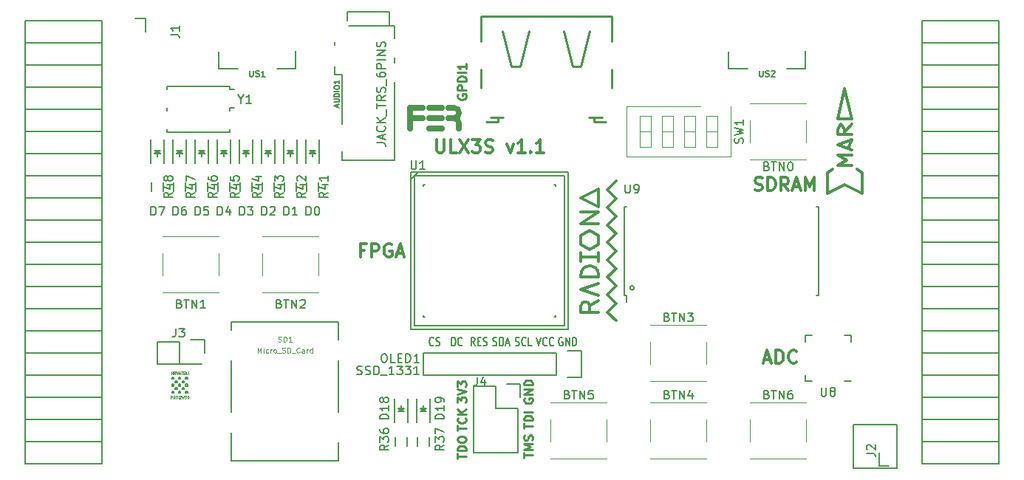
<source format=gto>
G04 #@! TF.FileFunction,Legend,Top*
%FSLAX46Y46*%
G04 Gerber Fmt 4.6, Leading zero omitted, Abs format (unit mm)*
G04 Created by KiCad (PCBNEW 4.0.7+dfsg1-1) date Thu Oct 12 14:50:03 2017*
%MOMM*%
%LPD*%
G01*
G04 APERTURE LIST*
%ADD10C,0.100000*%
%ADD11C,0.300000*%
%ADD12C,0.250000*%
%ADD13C,0.150000*%
%ADD14C,0.254000*%
%ADD15C,0.120000*%
%ADD16C,0.700000*%
%ADD17C,0.200000*%
%ADD18C,0.152400*%
%ADD19C,0.124460*%
%ADD20C,0.075000*%
G04 APERTURE END LIST*
D10*
D11*
X132442858Y-75076571D02*
X132442858Y-76290857D01*
X132514286Y-76433714D01*
X132585715Y-76505143D01*
X132728572Y-76576571D01*
X133014286Y-76576571D01*
X133157144Y-76505143D01*
X133228572Y-76433714D01*
X133300001Y-76290857D01*
X133300001Y-75076571D01*
X134728573Y-76576571D02*
X134014287Y-76576571D01*
X134014287Y-75076571D01*
X135085716Y-75076571D02*
X136085716Y-76576571D01*
X136085716Y-75076571D02*
X135085716Y-76576571D01*
X136514287Y-75076571D02*
X137442858Y-75076571D01*
X136942858Y-75648000D01*
X137157144Y-75648000D01*
X137300001Y-75719429D01*
X137371430Y-75790857D01*
X137442858Y-75933714D01*
X137442858Y-76290857D01*
X137371430Y-76433714D01*
X137300001Y-76505143D01*
X137157144Y-76576571D01*
X136728572Y-76576571D01*
X136585715Y-76505143D01*
X136514287Y-76433714D01*
X138014286Y-76505143D02*
X138228572Y-76576571D01*
X138585715Y-76576571D01*
X138728572Y-76505143D01*
X138800001Y-76433714D01*
X138871429Y-76290857D01*
X138871429Y-76148000D01*
X138800001Y-76005143D01*
X138728572Y-75933714D01*
X138585715Y-75862286D01*
X138300001Y-75790857D01*
X138157143Y-75719429D01*
X138085715Y-75648000D01*
X138014286Y-75505143D01*
X138014286Y-75362286D01*
X138085715Y-75219429D01*
X138157143Y-75148000D01*
X138300001Y-75076571D01*
X138657143Y-75076571D01*
X138871429Y-75148000D01*
X140514286Y-75576571D02*
X140871429Y-76576571D01*
X141228571Y-75576571D01*
X142585714Y-76576571D02*
X141728571Y-76576571D01*
X142157143Y-76576571D02*
X142157143Y-75076571D01*
X142014286Y-75290857D01*
X141871428Y-75433714D01*
X141728571Y-75505143D01*
X143228571Y-76433714D02*
X143299999Y-76505143D01*
X143228571Y-76576571D01*
X143157142Y-76505143D01*
X143228571Y-76433714D01*
X143228571Y-76576571D01*
X144728571Y-76576571D02*
X143871428Y-76576571D01*
X144300000Y-76576571D02*
X144300000Y-75076571D01*
X144157143Y-75290857D01*
X144014285Y-75433714D01*
X143871428Y-75505143D01*
X124175429Y-87728857D02*
X123675429Y-87728857D01*
X123675429Y-88514571D02*
X123675429Y-87014571D01*
X124389715Y-87014571D01*
X124961143Y-88514571D02*
X124961143Y-87014571D01*
X125532571Y-87014571D01*
X125675429Y-87086000D01*
X125746857Y-87157429D01*
X125818286Y-87300286D01*
X125818286Y-87514571D01*
X125746857Y-87657429D01*
X125675429Y-87728857D01*
X125532571Y-87800286D01*
X124961143Y-87800286D01*
X127246857Y-87086000D02*
X127104000Y-87014571D01*
X126889714Y-87014571D01*
X126675429Y-87086000D01*
X126532571Y-87228857D01*
X126461143Y-87371714D01*
X126389714Y-87657429D01*
X126389714Y-87871714D01*
X126461143Y-88157429D01*
X126532571Y-88300286D01*
X126675429Y-88443143D01*
X126889714Y-88514571D01*
X127032571Y-88514571D01*
X127246857Y-88443143D01*
X127318286Y-88371714D01*
X127318286Y-87871714D01*
X127032571Y-87871714D01*
X127889714Y-88086000D02*
X128604000Y-88086000D01*
X127746857Y-88514571D02*
X128246857Y-87014571D01*
X128746857Y-88514571D01*
X168903429Y-80823143D02*
X169117715Y-80894571D01*
X169474858Y-80894571D01*
X169617715Y-80823143D01*
X169689144Y-80751714D01*
X169760572Y-80608857D01*
X169760572Y-80466000D01*
X169689144Y-80323143D01*
X169617715Y-80251714D01*
X169474858Y-80180286D01*
X169189144Y-80108857D01*
X169046286Y-80037429D01*
X168974858Y-79966000D01*
X168903429Y-79823143D01*
X168903429Y-79680286D01*
X168974858Y-79537429D01*
X169046286Y-79466000D01*
X169189144Y-79394571D01*
X169546286Y-79394571D01*
X169760572Y-79466000D01*
X170403429Y-80894571D02*
X170403429Y-79394571D01*
X170760572Y-79394571D01*
X170974857Y-79466000D01*
X171117715Y-79608857D01*
X171189143Y-79751714D01*
X171260572Y-80037429D01*
X171260572Y-80251714D01*
X171189143Y-80537429D01*
X171117715Y-80680286D01*
X170974857Y-80823143D01*
X170760572Y-80894571D01*
X170403429Y-80894571D01*
X172760572Y-80894571D02*
X172260572Y-80180286D01*
X171903429Y-80894571D02*
X171903429Y-79394571D01*
X172474857Y-79394571D01*
X172617715Y-79466000D01*
X172689143Y-79537429D01*
X172760572Y-79680286D01*
X172760572Y-79894571D01*
X172689143Y-80037429D01*
X172617715Y-80108857D01*
X172474857Y-80180286D01*
X171903429Y-80180286D01*
X173332000Y-80466000D02*
X174046286Y-80466000D01*
X173189143Y-80894571D02*
X173689143Y-79394571D01*
X174189143Y-80894571D01*
X174689143Y-80894571D02*
X174689143Y-79394571D01*
X175189143Y-80466000D01*
X175689143Y-79394571D01*
X175689143Y-80894571D01*
X169966857Y-100278000D02*
X170681143Y-100278000D01*
X169824000Y-100706571D02*
X170324000Y-99206571D01*
X170824000Y-100706571D01*
X171324000Y-100706571D02*
X171324000Y-99206571D01*
X171681143Y-99206571D01*
X171895428Y-99278000D01*
X172038286Y-99420857D01*
X172109714Y-99563714D01*
X172181143Y-99849429D01*
X172181143Y-100063714D01*
X172109714Y-100349429D01*
X172038286Y-100492286D01*
X171895428Y-100635143D01*
X171681143Y-100706571D01*
X171324000Y-100706571D01*
X173681143Y-100563714D02*
X173609714Y-100635143D01*
X173395428Y-100706571D01*
X173252571Y-100706571D01*
X173038286Y-100635143D01*
X172895428Y-100492286D01*
X172824000Y-100349429D01*
X172752571Y-100063714D01*
X172752571Y-99849429D01*
X172824000Y-99563714D01*
X172895428Y-99420857D01*
X173038286Y-99278000D01*
X173252571Y-99206571D01*
X173395428Y-99206571D01*
X173609714Y-99278000D01*
X173681143Y-99349429D01*
D12*
X142447381Y-111521333D02*
X142447381Y-110949904D01*
X143447381Y-111235619D02*
X142447381Y-111235619D01*
X143447381Y-110616571D02*
X142447381Y-110616571D01*
X143161667Y-110283237D01*
X142447381Y-109949904D01*
X143447381Y-109949904D01*
X143399762Y-109521333D02*
X143447381Y-109378476D01*
X143447381Y-109140380D01*
X143399762Y-109045142D01*
X143352143Y-108997523D01*
X143256905Y-108949904D01*
X143161667Y-108949904D01*
X143066429Y-108997523D01*
X143018810Y-109045142D01*
X142971190Y-109140380D01*
X142923571Y-109330857D01*
X142875952Y-109426095D01*
X142828333Y-109473714D01*
X142733095Y-109521333D01*
X142637857Y-109521333D01*
X142542619Y-109473714D01*
X142495000Y-109426095D01*
X142447381Y-109330857D01*
X142447381Y-109092761D01*
X142495000Y-108949904D01*
X142447381Y-108163809D02*
X142447381Y-107592380D01*
X143447381Y-107878095D02*
X142447381Y-107878095D01*
X143447381Y-107259047D02*
X142447381Y-107259047D01*
X142447381Y-107020952D01*
X142495000Y-106878094D01*
X142590238Y-106782856D01*
X142685476Y-106735237D01*
X142875952Y-106687618D01*
X143018810Y-106687618D01*
X143209286Y-106735237D01*
X143304524Y-106782856D01*
X143399762Y-106878094D01*
X143447381Y-107020952D01*
X143447381Y-107259047D01*
X143447381Y-106259047D02*
X142447381Y-106259047D01*
X142495000Y-104726904D02*
X142447381Y-104822142D01*
X142447381Y-104964999D01*
X142495000Y-105107857D01*
X142590238Y-105203095D01*
X142685476Y-105250714D01*
X142875952Y-105298333D01*
X143018810Y-105298333D01*
X143209286Y-105250714D01*
X143304524Y-105203095D01*
X143399762Y-105107857D01*
X143447381Y-104964999D01*
X143447381Y-104869761D01*
X143399762Y-104726904D01*
X143352143Y-104679285D01*
X143018810Y-104679285D01*
X143018810Y-104869761D01*
X143447381Y-104250714D02*
X142447381Y-104250714D01*
X143447381Y-103679285D01*
X142447381Y-103679285D01*
X143447381Y-103203095D02*
X142447381Y-103203095D01*
X142447381Y-102965000D01*
X142495000Y-102822142D01*
X142590238Y-102726904D01*
X142685476Y-102679285D01*
X142875952Y-102631666D01*
X143018810Y-102631666D01*
X143209286Y-102679285D01*
X143304524Y-102726904D01*
X143399762Y-102822142D01*
X143447381Y-102965000D01*
X143447381Y-103203095D01*
X134827381Y-111624524D02*
X134827381Y-111053095D01*
X135827381Y-111338810D02*
X134827381Y-111338810D01*
X135827381Y-110719762D02*
X134827381Y-110719762D01*
X134827381Y-110481667D01*
X134875000Y-110338809D01*
X134970238Y-110243571D01*
X135065476Y-110195952D01*
X135255952Y-110148333D01*
X135398810Y-110148333D01*
X135589286Y-110195952D01*
X135684524Y-110243571D01*
X135779762Y-110338809D01*
X135827381Y-110481667D01*
X135827381Y-110719762D01*
X134827381Y-109529286D02*
X134827381Y-109338809D01*
X134875000Y-109243571D01*
X134970238Y-109148333D01*
X135160714Y-109100714D01*
X135494048Y-109100714D01*
X135684524Y-109148333D01*
X135779762Y-109243571D01*
X135827381Y-109338809D01*
X135827381Y-109529286D01*
X135779762Y-109624524D01*
X135684524Y-109719762D01*
X135494048Y-109767381D01*
X135160714Y-109767381D01*
X134970238Y-109719762D01*
X134875000Y-109624524D01*
X134827381Y-109529286D01*
X134827381Y-108425714D02*
X134827381Y-107854285D01*
X135827381Y-108140000D02*
X134827381Y-108140000D01*
X135732143Y-106949523D02*
X135779762Y-106997142D01*
X135827381Y-107139999D01*
X135827381Y-107235237D01*
X135779762Y-107378095D01*
X135684524Y-107473333D01*
X135589286Y-107520952D01*
X135398810Y-107568571D01*
X135255952Y-107568571D01*
X135065476Y-107520952D01*
X134970238Y-107473333D01*
X134875000Y-107378095D01*
X134827381Y-107235237D01*
X134827381Y-107139999D01*
X134875000Y-106997142D01*
X134922619Y-106949523D01*
X135827381Y-106520952D02*
X134827381Y-106520952D01*
X135827381Y-105949523D02*
X135255952Y-106378095D01*
X134827381Y-105949523D02*
X135398810Y-106520952D01*
X134827381Y-105203095D02*
X134827381Y-104584047D01*
X135208333Y-104917381D01*
X135208333Y-104774523D01*
X135255952Y-104679285D01*
X135303571Y-104631666D01*
X135398810Y-104584047D01*
X135636905Y-104584047D01*
X135732143Y-104631666D01*
X135779762Y-104679285D01*
X135827381Y-104774523D01*
X135827381Y-105060238D01*
X135779762Y-105155476D01*
X135732143Y-105203095D01*
X134827381Y-104298333D02*
X135827381Y-103965000D01*
X134827381Y-103631666D01*
X134827381Y-103393571D02*
X134827381Y-102774523D01*
X135208333Y-103107857D01*
X135208333Y-102964999D01*
X135255952Y-102869761D01*
X135303571Y-102822142D01*
X135398810Y-102774523D01*
X135636905Y-102774523D01*
X135732143Y-102822142D01*
X135779762Y-102869761D01*
X135827381Y-102964999D01*
X135827381Y-103250714D01*
X135779762Y-103345952D01*
X135732143Y-103393571D01*
D13*
X117480000Y-75060000D02*
X117480000Y-77760000D01*
X118980000Y-75060000D02*
X118980000Y-77760000D01*
X118080000Y-76560000D02*
X118330000Y-76560000D01*
X118330000Y-76560000D02*
X118180000Y-76410000D01*
X118580000Y-76310000D02*
X117880000Y-76310000D01*
X118230000Y-76660000D02*
X118230000Y-77010000D01*
X118230000Y-76310000D02*
X118580000Y-76660000D01*
X118580000Y-76660000D02*
X117880000Y-76660000D01*
X117880000Y-76660000D02*
X118230000Y-76310000D01*
X114940000Y-75060000D02*
X114940000Y-77760000D01*
X116440000Y-75060000D02*
X116440000Y-77760000D01*
X115540000Y-76560000D02*
X115790000Y-76560000D01*
X115790000Y-76560000D02*
X115640000Y-76410000D01*
X116040000Y-76310000D02*
X115340000Y-76310000D01*
X115690000Y-76660000D02*
X115690000Y-77010000D01*
X115690000Y-76310000D02*
X116040000Y-76660000D01*
X116040000Y-76660000D02*
X115340000Y-76660000D01*
X115340000Y-76660000D02*
X115690000Y-76310000D01*
X112400000Y-75060000D02*
X112400000Y-77760000D01*
X113900000Y-75060000D02*
X113900000Y-77760000D01*
X113000000Y-76560000D02*
X113250000Y-76560000D01*
X113250000Y-76560000D02*
X113100000Y-76410000D01*
X113500000Y-76310000D02*
X112800000Y-76310000D01*
X113150000Y-76660000D02*
X113150000Y-77010000D01*
X113150000Y-76310000D02*
X113500000Y-76660000D01*
X113500000Y-76660000D02*
X112800000Y-76660000D01*
X112800000Y-76660000D02*
X113150000Y-76310000D01*
X109860000Y-75060000D02*
X109860000Y-77760000D01*
X111360000Y-75060000D02*
X111360000Y-77760000D01*
X110460000Y-76560000D02*
X110710000Y-76560000D01*
X110710000Y-76560000D02*
X110560000Y-76410000D01*
X110960000Y-76310000D02*
X110260000Y-76310000D01*
X110610000Y-76660000D02*
X110610000Y-77010000D01*
X110610000Y-76310000D02*
X110960000Y-76660000D01*
X110960000Y-76660000D02*
X110260000Y-76660000D01*
X110260000Y-76660000D02*
X110610000Y-76310000D01*
X107320000Y-75060000D02*
X107320000Y-77760000D01*
X108820000Y-75060000D02*
X108820000Y-77760000D01*
X107920000Y-76560000D02*
X108170000Y-76560000D01*
X108170000Y-76560000D02*
X108020000Y-76410000D01*
X108420000Y-76310000D02*
X107720000Y-76310000D01*
X108070000Y-76660000D02*
X108070000Y-77010000D01*
X108070000Y-76310000D02*
X108420000Y-76660000D01*
X108420000Y-76660000D02*
X107720000Y-76660000D01*
X107720000Y-76660000D02*
X108070000Y-76310000D01*
X104780000Y-75060000D02*
X104780000Y-77760000D01*
X106280000Y-75060000D02*
X106280000Y-77760000D01*
X105380000Y-76560000D02*
X105630000Y-76560000D01*
X105630000Y-76560000D02*
X105480000Y-76410000D01*
X105880000Y-76310000D02*
X105180000Y-76310000D01*
X105530000Y-76660000D02*
X105530000Y-77010000D01*
X105530000Y-76310000D02*
X105880000Y-76660000D01*
X105880000Y-76660000D02*
X105180000Y-76660000D01*
X105180000Y-76660000D02*
X105530000Y-76310000D01*
X102240000Y-75060000D02*
X102240000Y-77760000D01*
X103740000Y-75060000D02*
X103740000Y-77760000D01*
X102840000Y-76560000D02*
X103090000Y-76560000D01*
X103090000Y-76560000D02*
X102940000Y-76410000D01*
X103340000Y-76310000D02*
X102640000Y-76310000D01*
X102990000Y-76660000D02*
X102990000Y-77010000D01*
X102990000Y-76310000D02*
X103340000Y-76660000D01*
X103340000Y-76660000D02*
X102640000Y-76660000D01*
X102640000Y-76660000D02*
X102990000Y-76310000D01*
X99700000Y-75060000D02*
X99700000Y-77760000D01*
X101200000Y-75060000D02*
X101200000Y-77760000D01*
X100300000Y-76560000D02*
X100550000Y-76560000D01*
X100550000Y-76560000D02*
X100400000Y-76410000D01*
X100800000Y-76310000D02*
X100100000Y-76310000D01*
X100450000Y-76660000D02*
X100450000Y-77010000D01*
X100450000Y-76310000D02*
X100800000Y-76660000D01*
X100800000Y-76660000D02*
X100100000Y-76660000D01*
X100100000Y-76660000D02*
X100450000Y-76310000D01*
X176180000Y-92880000D02*
X175980000Y-92880000D01*
X176180000Y-82720000D02*
X175980000Y-82720000D01*
X155080000Y-92050000D02*
G75*
G03X155080000Y-92050000I-250000J0D01*
G01*
X154180000Y-92880000D02*
X154180000Y-93700000D01*
X153980000Y-92880000D02*
X154180000Y-92880000D01*
X153980000Y-82720000D02*
X154180000Y-82720000D01*
X176190000Y-82720000D02*
X176190000Y-92880000D01*
X153970000Y-92880000D02*
X153970000Y-82720000D01*
X85270000Y-112220000D02*
X94100000Y-112220000D01*
X85270000Y-109680000D02*
X85270000Y-112220000D01*
X94100000Y-109680000D02*
X94100000Y-112220000D01*
X94100000Y-112220000D02*
X85270000Y-112220000D01*
X94100000Y-109680000D02*
X85270000Y-109680000D01*
X94100000Y-107140000D02*
X94100000Y-109680000D01*
X85270000Y-107140000D02*
X85270000Y-109680000D01*
X85270000Y-109680000D02*
X94100000Y-109680000D01*
X85270000Y-91900000D02*
X94100000Y-91900000D01*
X85270000Y-89360000D02*
X85270000Y-91900000D01*
X94100000Y-89360000D02*
X94100000Y-91900000D01*
X94100000Y-91900000D02*
X85270000Y-91900000D01*
X94100000Y-94440000D02*
X85270000Y-94440000D01*
X94100000Y-91900000D02*
X94100000Y-94440000D01*
X85270000Y-91900000D02*
X85270000Y-94440000D01*
X85270000Y-94440000D02*
X94100000Y-94440000D01*
X85270000Y-107140000D02*
X94100000Y-107140000D01*
X85270000Y-104600000D02*
X85270000Y-107140000D01*
X94100000Y-104600000D02*
X94100000Y-107140000D01*
X94100000Y-107140000D02*
X85270000Y-107140000D01*
X94100000Y-104600000D02*
X85270000Y-104600000D01*
X94100000Y-102060000D02*
X94100000Y-104600000D01*
X85270000Y-102060000D02*
X85270000Y-104600000D01*
X85270000Y-104600000D02*
X94100000Y-104600000D01*
X85270000Y-102060000D02*
X94100000Y-102060000D01*
X85270000Y-99520000D02*
X85270000Y-102060000D01*
X94100000Y-99520000D02*
X94100000Y-102060000D01*
X94100000Y-102060000D02*
X85270000Y-102060000D01*
X94100000Y-99520000D02*
X85270000Y-99520000D01*
X94100000Y-96980000D02*
X94100000Y-99520000D01*
X85270000Y-96980000D02*
X85270000Y-99520000D01*
X85270000Y-99520000D02*
X94100000Y-99520000D01*
X85270000Y-96980000D02*
X94100000Y-96980000D01*
X85270000Y-94440000D02*
X85270000Y-96980000D01*
X94100000Y-94440000D02*
X94100000Y-96980000D01*
X94100000Y-96980000D02*
X85270000Y-96980000D01*
X94100000Y-79200000D02*
X85270000Y-79200000D01*
X94100000Y-76660000D02*
X94100000Y-79200000D01*
X85270000Y-76660000D02*
X85270000Y-79200000D01*
X85270000Y-79200000D02*
X94100000Y-79200000D01*
X85270000Y-81740000D02*
X94100000Y-81740000D01*
X85270000Y-79200000D02*
X85270000Y-81740000D01*
X94100000Y-79200000D02*
X94100000Y-81740000D01*
X94100000Y-81740000D02*
X85270000Y-81740000D01*
X94100000Y-84280000D02*
X85270000Y-84280000D01*
X94100000Y-81740000D02*
X94100000Y-84280000D01*
X85270000Y-81740000D02*
X85270000Y-84280000D01*
X85270000Y-84280000D02*
X94100000Y-84280000D01*
X85270000Y-86820000D02*
X94100000Y-86820000D01*
X85270000Y-84280000D02*
X85270000Y-86820000D01*
X94100000Y-84280000D02*
X94100000Y-86820000D01*
X94100000Y-86820000D02*
X85270000Y-86820000D01*
X94100000Y-89360000D02*
X85270000Y-89360000D01*
X94100000Y-86820000D02*
X94100000Y-89360000D01*
X85270000Y-86820000D02*
X85270000Y-89360000D01*
X85270000Y-89360000D02*
X94100000Y-89360000D01*
X85270000Y-76660000D02*
X94100000Y-76660000D01*
X85270000Y-74120000D02*
X85270000Y-76660000D01*
X94100000Y-74120000D02*
X94100000Y-76660000D01*
X94100000Y-76660000D02*
X85270000Y-76660000D01*
X94100000Y-74120000D02*
X85270000Y-74120000D01*
X94100000Y-71580000D02*
X94100000Y-74120000D01*
X85270000Y-71580000D02*
X85270000Y-74120000D01*
X85270000Y-74120000D02*
X94100000Y-74120000D01*
X85270000Y-71580000D02*
X94100000Y-71580000D01*
X85270000Y-69040000D02*
X85270000Y-71580000D01*
X94100000Y-69040000D02*
X94100000Y-71580000D01*
X94100000Y-71580000D02*
X85270000Y-71580000D01*
X94100000Y-69040000D02*
X85270000Y-69040000D01*
X94100000Y-66500000D02*
X94100000Y-69040000D01*
X85270000Y-66500000D02*
X85270000Y-69040000D01*
X85270000Y-69040000D02*
X94100000Y-69040000D01*
X85270000Y-66500000D02*
X94100000Y-66500000D01*
X85270000Y-63960000D02*
X85270000Y-66500000D01*
X94100000Y-63960000D02*
X94100000Y-66500000D01*
X94100000Y-66500000D02*
X85270000Y-66500000D01*
X94100000Y-63960000D02*
X85270000Y-63960000D01*
X94100000Y-61420000D02*
X94100000Y-63960000D01*
X99060000Y-62690000D02*
X99060000Y-61140000D01*
X99060000Y-61140000D02*
X97910000Y-61140000D01*
X94100000Y-61420000D02*
X85270000Y-61420000D01*
X85270000Y-61420000D02*
X85270000Y-63960000D01*
X85270000Y-63960000D02*
X94100000Y-63960000D01*
X196910000Y-61420000D02*
X188080000Y-61420000D01*
X196910000Y-63960000D02*
X196910000Y-61420000D01*
X188080000Y-63960000D02*
X188080000Y-61420000D01*
X188080000Y-61420000D02*
X196910000Y-61420000D01*
X188080000Y-63960000D02*
X196910000Y-63960000D01*
X188080000Y-66500000D02*
X188080000Y-63960000D01*
X196910000Y-66500000D02*
X196910000Y-63960000D01*
X196910000Y-63960000D02*
X188080000Y-63960000D01*
X196910000Y-81740000D02*
X188080000Y-81740000D01*
X196910000Y-84280000D02*
X196910000Y-81740000D01*
X188080000Y-84280000D02*
X188080000Y-81740000D01*
X188080000Y-81740000D02*
X196910000Y-81740000D01*
X188080000Y-79200000D02*
X196910000Y-79200000D01*
X188080000Y-81740000D02*
X188080000Y-79200000D01*
X196910000Y-81740000D02*
X196910000Y-79200000D01*
X196910000Y-79200000D02*
X188080000Y-79200000D01*
X196910000Y-66500000D02*
X188080000Y-66500000D01*
X196910000Y-69040000D02*
X196910000Y-66500000D01*
X188080000Y-69040000D02*
X188080000Y-66500000D01*
X188080000Y-66500000D02*
X196910000Y-66500000D01*
X188080000Y-69040000D02*
X196910000Y-69040000D01*
X188080000Y-71580000D02*
X188080000Y-69040000D01*
X196910000Y-71580000D02*
X196910000Y-69040000D01*
X196910000Y-69040000D02*
X188080000Y-69040000D01*
X196910000Y-71580000D02*
X188080000Y-71580000D01*
X196910000Y-74120000D02*
X196910000Y-71580000D01*
X188080000Y-74120000D02*
X188080000Y-71580000D01*
X188080000Y-71580000D02*
X196910000Y-71580000D01*
X188080000Y-74120000D02*
X196910000Y-74120000D01*
X188080000Y-76660000D02*
X188080000Y-74120000D01*
X196910000Y-76660000D02*
X196910000Y-74120000D01*
X196910000Y-74120000D02*
X188080000Y-74120000D01*
X196910000Y-76660000D02*
X188080000Y-76660000D01*
X196910000Y-79200000D02*
X196910000Y-76660000D01*
X188080000Y-79200000D02*
X188080000Y-76660000D01*
X188080000Y-76660000D02*
X196910000Y-76660000D01*
X188080000Y-94440000D02*
X196910000Y-94440000D01*
X188080000Y-96980000D02*
X188080000Y-94440000D01*
X196910000Y-96980000D02*
X196910000Y-94440000D01*
X196910000Y-94440000D02*
X188080000Y-94440000D01*
X196910000Y-91900000D02*
X188080000Y-91900000D01*
X196910000Y-94440000D02*
X196910000Y-91900000D01*
X188080000Y-94440000D02*
X188080000Y-91900000D01*
X188080000Y-91900000D02*
X196910000Y-91900000D01*
X188080000Y-89360000D02*
X196910000Y-89360000D01*
X188080000Y-91900000D02*
X188080000Y-89360000D01*
X196910000Y-91900000D02*
X196910000Y-89360000D01*
X196910000Y-89360000D02*
X188080000Y-89360000D01*
X196910000Y-86820000D02*
X188080000Y-86820000D01*
X196910000Y-89360000D02*
X196910000Y-86820000D01*
X188080000Y-89360000D02*
X188080000Y-86820000D01*
X188080000Y-86820000D02*
X196910000Y-86820000D01*
X188080000Y-84280000D02*
X196910000Y-84280000D01*
X188080000Y-86820000D02*
X188080000Y-84280000D01*
X196910000Y-86820000D02*
X196910000Y-84280000D01*
X196910000Y-84280000D02*
X188080000Y-84280000D01*
X196910000Y-96980000D02*
X188080000Y-96980000D01*
X196910000Y-99520000D02*
X196910000Y-96980000D01*
X188080000Y-99520000D02*
X188080000Y-96980000D01*
X188080000Y-96980000D02*
X196910000Y-96980000D01*
X188080000Y-99520000D02*
X196910000Y-99520000D01*
X188080000Y-102060000D02*
X188080000Y-99520000D01*
X196910000Y-102060000D02*
X196910000Y-99520000D01*
X196910000Y-99520000D02*
X188080000Y-99520000D01*
X196910000Y-102060000D02*
X188080000Y-102060000D01*
X196910000Y-104600000D02*
X196910000Y-102060000D01*
X188080000Y-104600000D02*
X188080000Y-102060000D01*
X188080000Y-102060000D02*
X196910000Y-102060000D01*
X188080000Y-104600000D02*
X196910000Y-104600000D01*
X188080000Y-107140000D02*
X188080000Y-104600000D01*
X196910000Y-107140000D02*
X196910000Y-104600000D01*
X196910000Y-104600000D02*
X188080000Y-104600000D01*
X196910000Y-107140000D02*
X188080000Y-107140000D01*
X196910000Y-109680000D02*
X196910000Y-107140000D01*
X188080000Y-109680000D02*
X188080000Y-107140000D01*
X188080000Y-107140000D02*
X196910000Y-107140000D01*
X188080000Y-109680000D02*
X196910000Y-109680000D01*
X188080000Y-112220000D02*
X188080000Y-109680000D01*
X183120000Y-110950000D02*
X183120000Y-112500000D01*
X183120000Y-112500000D02*
X184270000Y-112500000D01*
X188080000Y-112220000D02*
X196910000Y-112220000D01*
X196910000Y-112220000D02*
X196910000Y-109680000D01*
X196910000Y-109680000D02*
X188080000Y-109680000D01*
X108724000Y-69280000D02*
X109274000Y-69280000D01*
X101524000Y-68980000D02*
X101524000Y-69280000D01*
X101524000Y-74180000D02*
X101524000Y-73880000D01*
X108724000Y-74180000D02*
X108724000Y-73880000D01*
X108724000Y-68980000D02*
X108724000Y-69280000D01*
X108724000Y-68980000D02*
X101524000Y-68980000D01*
X108724000Y-71380000D02*
X109274000Y-71380000D01*
X108724000Y-74180000D02*
X101524000Y-74180000D01*
X101524000Y-71380000D02*
X101524000Y-71780000D01*
X108724000Y-71380000D02*
X108724000Y-71780000D01*
X105810000Y-99520000D02*
X105810000Y-97970000D01*
X102990000Y-100790000D02*
X105530000Y-100790000D01*
X105810000Y-97970000D02*
X104260000Y-97970000D01*
X100450000Y-100790000D02*
X102990000Y-100790000D01*
X102990000Y-100790000D02*
X102990000Y-98250000D01*
X102990000Y-98250000D02*
X100450000Y-98250000D01*
X100450000Y-98250000D02*
X100450000Y-100790000D01*
X129140000Y-107470000D02*
X129140000Y-104770000D01*
X127640000Y-107470000D02*
X127640000Y-104770000D01*
X128540000Y-105970000D02*
X128290000Y-105970000D01*
X128290000Y-105970000D02*
X128440000Y-106120000D01*
X128040000Y-106220000D02*
X128740000Y-106220000D01*
X128390000Y-105870000D02*
X128390000Y-105520000D01*
X128390000Y-106220000D02*
X128040000Y-105870000D01*
X128040000Y-105870000D02*
X128740000Y-105870000D01*
X128740000Y-105870000D02*
X128390000Y-106220000D01*
X131680000Y-107470000D02*
X131680000Y-104770000D01*
X130180000Y-107470000D02*
X130180000Y-104770000D01*
X131080000Y-105970000D02*
X130830000Y-105970000D01*
X130830000Y-105970000D02*
X130980000Y-106120000D01*
X130580000Y-106220000D02*
X131280000Y-106220000D01*
X130930000Y-105870000D02*
X130930000Y-105520000D01*
X130930000Y-106220000D02*
X130580000Y-105870000D01*
X130580000Y-105870000D02*
X131280000Y-105870000D01*
X131280000Y-105870000D02*
X130930000Y-106220000D01*
X127715000Y-110180000D02*
X127715000Y-109180000D01*
X129065000Y-109180000D02*
X129065000Y-110180000D01*
X131605000Y-109180000D02*
X131605000Y-110180000D01*
X130255000Y-110180000D02*
X130255000Y-109180000D01*
X116280000Y-64925000D02*
X116280000Y-66925000D01*
X116280000Y-66925000D02*
X114130000Y-66925000D01*
X109630000Y-66925000D02*
X107480000Y-66925000D01*
X107480000Y-66925000D02*
X107480000Y-64975000D01*
X174700000Y-64925000D02*
X174700000Y-66925000D01*
X174700000Y-66925000D02*
X172550000Y-66925000D01*
X168050000Y-66925000D02*
X165900000Y-66925000D01*
X165900000Y-66925000D02*
X165900000Y-64975000D01*
X141725000Y-110950000D02*
X141725000Y-105870000D01*
X142005000Y-103050000D02*
X142005000Y-104600000D01*
X139185000Y-103330000D02*
X139185000Y-105870000D01*
X139185000Y-105870000D02*
X141725000Y-105870000D01*
X141725000Y-110950000D02*
X136645000Y-110950000D01*
X136645000Y-110950000D02*
X136645000Y-105870000D01*
X142005000Y-103050000D02*
X140455000Y-103050000D01*
X136645000Y-103330000D02*
X139185000Y-103330000D01*
X136645000Y-105870000D02*
X136645000Y-103330000D01*
X118905000Y-79970000D02*
X118905000Y-80970000D01*
X117555000Y-80970000D02*
X117555000Y-79970000D01*
X116365000Y-79970000D02*
X116365000Y-80970000D01*
X115015000Y-80970000D02*
X115015000Y-79970000D01*
X113825000Y-79970000D02*
X113825000Y-80970000D01*
X112475000Y-80970000D02*
X112475000Y-79970000D01*
X111285000Y-79970000D02*
X111285000Y-80970000D01*
X109935000Y-80970000D02*
X109935000Y-79970000D01*
X108745000Y-79970000D02*
X108745000Y-80970000D01*
X107395000Y-80970000D02*
X107395000Y-79970000D01*
X106205000Y-79970000D02*
X106205000Y-80970000D01*
X104855000Y-80970000D02*
X104855000Y-79970000D01*
X103665000Y-79970000D02*
X103665000Y-80970000D01*
X102315000Y-80970000D02*
X102315000Y-79970000D01*
X101125000Y-79970000D02*
X101125000Y-80970000D01*
X99775000Y-80970000D02*
X99775000Y-79970000D01*
X174660000Y-102780000D02*
X174660000Y-102030000D01*
X179910000Y-97530000D02*
X179910000Y-98280000D01*
X174660000Y-97530000D02*
X174660000Y-98280000D01*
X179910000Y-102780000D02*
X179160000Y-102780000D01*
X179910000Y-97530000D02*
X179160000Y-97530000D01*
X174660000Y-97530000D02*
X175410000Y-97530000D01*
X174660000Y-102780000D02*
X175410000Y-102780000D01*
X180180640Y-107700640D02*
X185179360Y-107700640D01*
X185179360Y-107700640D02*
X185179360Y-112699360D01*
X185179360Y-112699360D02*
X180180640Y-112699360D01*
X180180640Y-112699360D02*
X180180640Y-107700640D01*
X146170000Y-99520000D02*
X130930000Y-99520000D01*
X130930000Y-99520000D02*
X130930000Y-102060000D01*
X130930000Y-102060000D02*
X146170000Y-102060000D01*
X148990000Y-99240000D02*
X147440000Y-99240000D01*
X146170000Y-99520000D02*
X146170000Y-102060000D01*
X147440000Y-102340000D02*
X148990000Y-102340000D01*
X148990000Y-102340000D02*
X148990000Y-99240000D01*
X122180000Y-60440000D02*
X122180000Y-61440000D01*
X126980000Y-60440000D02*
X122180000Y-60440000D01*
X126980000Y-62040000D02*
X126980000Y-60440000D01*
X127580000Y-62040000D02*
X122380000Y-62040000D01*
X120780000Y-64240000D02*
X120780000Y-63840000D01*
X120780000Y-67640000D02*
X120780000Y-66640000D01*
X121580000Y-67640000D02*
X120780000Y-67640000D01*
X121580000Y-73240000D02*
X121580000Y-67640000D01*
X121580000Y-77440000D02*
X121580000Y-76440000D01*
X127580000Y-77440000D02*
X121580000Y-77440000D01*
X127580000Y-68440000D02*
X127580000Y-77440000D01*
X127580000Y-65640000D02*
X127580000Y-66240000D01*
X127580000Y-62040000D02*
X127580000Y-63440000D01*
D14*
X151378260Y-72548160D02*
X150479100Y-72548160D01*
X150479100Y-72548160D02*
X149879660Y-72548160D01*
X140080340Y-72548160D02*
X139480900Y-72548160D01*
X139480900Y-72548160D02*
X138581740Y-72548160D01*
X137481920Y-69149640D02*
X137481920Y-66998260D01*
X137481920Y-63800400D02*
X137481920Y-60892100D01*
X137481920Y-60892100D02*
X152478080Y-60892100D01*
X152478080Y-60892100D02*
X152478080Y-63800400D01*
X152478080Y-66998260D02*
X152478080Y-69149640D01*
X138106760Y-73048540D02*
X139480900Y-73048540D01*
X139480900Y-73048540D02*
X139480900Y-72548160D01*
X150479100Y-72548160D02*
X150479100Y-73048540D01*
X150479100Y-73048540D02*
X151865940Y-73048540D01*
X142981020Y-62632000D02*
X141980260Y-66632500D01*
X141980260Y-66632500D02*
X140982040Y-66632500D01*
X140982040Y-66632500D02*
X139981280Y-62632000D01*
X146978980Y-62632000D02*
X147979740Y-66632500D01*
X147979740Y-66632500D02*
X148977960Y-66632500D01*
X148977960Y-66632500D02*
X149978720Y-62632000D01*
D15*
X168340000Y-77350000D02*
X168340000Y-77320000D01*
X168340000Y-70890000D02*
X168340000Y-70920000D01*
X174800000Y-70890000D02*
X174800000Y-70920000D01*
X174800000Y-77320000D02*
X174800000Y-77350000D01*
X168340000Y-75420000D02*
X168340000Y-72820000D01*
X174800000Y-77350000D02*
X168340000Y-77350000D01*
X174800000Y-75420000D02*
X174800000Y-72820000D01*
X174800000Y-70890000D02*
X168340000Y-70890000D01*
X107490000Y-86130000D02*
X107490000Y-86160000D01*
X107490000Y-92590000D02*
X107490000Y-92560000D01*
X101030000Y-92590000D02*
X101030000Y-92560000D01*
X101030000Y-86160000D02*
X101030000Y-86130000D01*
X107490000Y-88060000D02*
X107490000Y-90660000D01*
X101030000Y-86130000D02*
X107490000Y-86130000D01*
X101030000Y-88060000D02*
X101030000Y-90660000D01*
X101030000Y-92590000D02*
X107490000Y-92590000D01*
X118920000Y-86130000D02*
X118920000Y-86160000D01*
X118920000Y-92590000D02*
X118920000Y-92560000D01*
X112460000Y-92590000D02*
X112460000Y-92560000D01*
X112460000Y-86160000D02*
X112460000Y-86130000D01*
X118920000Y-88060000D02*
X118920000Y-90660000D01*
X112460000Y-86130000D02*
X118920000Y-86130000D01*
X112460000Y-88060000D02*
X112460000Y-90660000D01*
X112460000Y-92590000D02*
X118920000Y-92590000D01*
X163370000Y-96290000D02*
X163370000Y-96320000D01*
X163370000Y-102750000D02*
X163370000Y-102720000D01*
X156910000Y-102750000D02*
X156910000Y-102720000D01*
X156910000Y-96320000D02*
X156910000Y-96290000D01*
X163370000Y-98220000D02*
X163370000Y-100820000D01*
X156910000Y-96290000D02*
X163370000Y-96290000D01*
X156910000Y-98220000D02*
X156910000Y-100820000D01*
X156910000Y-102750000D02*
X163370000Y-102750000D01*
X156910000Y-111640000D02*
X156910000Y-111610000D01*
X156910000Y-105180000D02*
X156910000Y-105210000D01*
X163370000Y-105180000D02*
X163370000Y-105210000D01*
X163370000Y-111610000D02*
X163370000Y-111640000D01*
X156910000Y-109710000D02*
X156910000Y-107110000D01*
X163370000Y-111640000D02*
X156910000Y-111640000D01*
X163370000Y-109710000D02*
X163370000Y-107110000D01*
X163370000Y-105180000D02*
X156910000Y-105180000D01*
X145480000Y-111640000D02*
X145480000Y-111610000D01*
X145480000Y-105180000D02*
X145480000Y-105210000D01*
X151940000Y-105180000D02*
X151940000Y-105210000D01*
X151940000Y-111610000D02*
X151940000Y-111640000D01*
X145480000Y-109710000D02*
X145480000Y-107110000D01*
X151940000Y-111640000D02*
X145480000Y-111640000D01*
X151940000Y-109710000D02*
X151940000Y-107110000D01*
X151940000Y-105180000D02*
X145480000Y-105180000D01*
X168340000Y-111640000D02*
X168340000Y-111610000D01*
X168340000Y-105180000D02*
X168340000Y-105210000D01*
X174800000Y-105180000D02*
X174800000Y-105210000D01*
X174800000Y-111610000D02*
X174800000Y-111640000D01*
X168340000Y-109710000D02*
X168340000Y-107110000D01*
X174800000Y-111640000D02*
X168340000Y-111640000D01*
X174800000Y-109710000D02*
X174800000Y-107110000D01*
X174800000Y-105180000D02*
X168340000Y-105180000D01*
X166120000Y-71275000D02*
X166120000Y-76965000D01*
X166120000Y-76965000D02*
X154160000Y-76965000D01*
X154160000Y-76965000D02*
X154160000Y-71275000D01*
X154160000Y-71275000D02*
X162680000Y-71275000D01*
X164585000Y-72310000D02*
X163315000Y-72310000D01*
X163315000Y-72310000D02*
X163315000Y-75930000D01*
X163315000Y-75930000D02*
X164585000Y-75930000D01*
X164585000Y-75930000D02*
X164585000Y-72310000D01*
X164585000Y-74120000D02*
X163315000Y-74120000D01*
X162045000Y-72310000D02*
X160775000Y-72310000D01*
X160775000Y-72310000D02*
X160775000Y-75930000D01*
X160775000Y-75930000D02*
X162045000Y-75930000D01*
X162045000Y-75930000D02*
X162045000Y-72310000D01*
X162045000Y-74120000D02*
X160775000Y-74120000D01*
X159505000Y-72310000D02*
X158235000Y-72310000D01*
X158235000Y-72310000D02*
X158235000Y-75930000D01*
X158235000Y-75930000D02*
X159505000Y-75930000D01*
X159505000Y-75930000D02*
X159505000Y-72310000D01*
X159505000Y-74120000D02*
X158235000Y-74120000D01*
X156965000Y-72310000D02*
X155695000Y-72310000D01*
X155695000Y-72310000D02*
X155695000Y-75930000D01*
X155695000Y-75930000D02*
X156965000Y-75930000D01*
X156965000Y-75930000D02*
X156965000Y-72310000D01*
X156965000Y-74120000D02*
X155695000Y-74120000D01*
D13*
X130880000Y-80200000D02*
X131080000Y-80200000D01*
X130880000Y-80400000D02*
X130880000Y-80200000D01*
X146080000Y-80200000D02*
X146080000Y-80400000D01*
X145880000Y-80200000D02*
X146080000Y-80200000D01*
X146080000Y-95400000D02*
X146080000Y-95200000D01*
X145880000Y-95400000D02*
X146080000Y-95400000D01*
X130880000Y-95400000D02*
X131080000Y-95400000D01*
X130880000Y-95200000D02*
X130880000Y-95400000D01*
X130280000Y-78800000D02*
X129480000Y-79600000D01*
X129480000Y-96800000D02*
X129480000Y-78800000D01*
X147480000Y-96800000D02*
X129480000Y-96800000D01*
X147480000Y-78800000D02*
X147480000Y-96800000D01*
X129480000Y-78800000D02*
X147480000Y-78800000D01*
X129880000Y-96400000D02*
X129880000Y-79200000D01*
X147080000Y-96400000D02*
X129880000Y-96400000D01*
X147080000Y-79200000D02*
X147080000Y-96400000D01*
X129880000Y-79200000D02*
X147080000Y-79200000D01*
X121205000Y-111915000D02*
X121205000Y-109765000D01*
X108905000Y-111915000D02*
X121205000Y-111915000D01*
X108905000Y-108665000D02*
X108905000Y-111915000D01*
X108905000Y-100365000D02*
X108905000Y-106265000D01*
X121205000Y-106265000D02*
X121205000Y-100365000D01*
X108905000Y-95965000D02*
X108905000Y-96865000D01*
X121205000Y-95965000D02*
X108905000Y-95965000D01*
X121205000Y-98015000D02*
X121205000Y-95965000D01*
D11*
X149980000Y-94836000D02*
X149980000Y-94136000D01*
X148980000Y-94836000D02*
X148980000Y-94136000D01*
X151980000Y-80836000D02*
X152980000Y-79836000D01*
X152980000Y-81836000D02*
X151980000Y-80836000D01*
X151980000Y-82836000D02*
X152980000Y-81836000D01*
X152980000Y-83836000D02*
X151980000Y-82836000D01*
X151980000Y-84836000D02*
X152980000Y-83836000D01*
X152980000Y-85836000D02*
X151980000Y-84836000D01*
X151980000Y-86836000D02*
X152980000Y-85836000D01*
X152980000Y-87836000D02*
X151980000Y-86836000D01*
X151980000Y-88836000D02*
X152980000Y-87836000D01*
X152980000Y-89836000D02*
X151980000Y-88836000D01*
X151980000Y-90836000D02*
X152980000Y-89836000D01*
X152980000Y-91836000D02*
X151980000Y-90836000D01*
X151980000Y-92836000D02*
X152980000Y-91836000D01*
X152980000Y-93836000D02*
X151980000Y-92836000D01*
X151980000Y-94836000D02*
X152980000Y-93836000D01*
X152980000Y-95836000D02*
X151980000Y-94836000D01*
X150980000Y-90836000D02*
X150980000Y-90536000D01*
X148980000Y-90836000D02*
X148980000Y-90536000D01*
X148980000Y-89036000D02*
X148980000Y-88036000D01*
X150980000Y-89036000D02*
X150980000Y-88036000D01*
X150980000Y-83336000D02*
X148980000Y-83336000D01*
X148980000Y-84736000D02*
X150980000Y-83336000D01*
X149980000Y-94136000D02*
X150980000Y-93536000D01*
X149980000Y-85436000D02*
X150980000Y-86036000D01*
X148980000Y-86036000D02*
X149980000Y-85436000D01*
X149980000Y-87636000D02*
X148980000Y-87036000D01*
X150980000Y-87036000D02*
X149980000Y-87636000D01*
X148980000Y-86036000D02*
X148980000Y-87036000D01*
X150980000Y-87036000D02*
X150980000Y-86036000D01*
X150980000Y-80736000D02*
X150980000Y-82736000D01*
X148980000Y-81736000D02*
X150980000Y-80736000D01*
X150980000Y-82736000D02*
X148980000Y-81736000D01*
X150980000Y-84736000D02*
X148980000Y-84736000D01*
X148980000Y-88536000D02*
X150980000Y-88536000D01*
X150980000Y-90536000D02*
G75*
G03X148980000Y-90536000I-1000000J0D01*
G01*
X150980000Y-90836000D02*
X148980000Y-90836000D01*
X148980000Y-92236000D02*
X150980000Y-91536000D01*
X150980000Y-92936000D02*
X148980000Y-92236000D01*
X149980000Y-94136000D02*
G75*
G03X148980000Y-94136000I-500000J0D01*
G01*
X150980000Y-94836000D02*
X148980000Y-94836000D01*
X178390000Y-76844000D02*
X179990000Y-76844000D01*
X179390000Y-77444000D02*
X178390000Y-76844000D01*
X178390000Y-78044000D02*
X179390000Y-77444000D01*
X179990000Y-78044000D02*
X178390000Y-78044000D01*
X181190000Y-78844000D02*
X180590000Y-78444000D01*
X177190000Y-78844000D02*
X177790000Y-78444000D01*
X177190000Y-81244000D02*
X177190000Y-78844000D01*
X179190000Y-69244000D02*
X178390000Y-72644000D01*
X179990000Y-72644000D02*
X179190000Y-69244000D01*
X178390000Y-72644000D02*
X179990000Y-72644000D01*
X179190000Y-74244000D02*
X179990000Y-73244000D01*
X179190000Y-73844000D02*
X179190000Y-74444000D01*
X178790000Y-73244000D02*
X179190000Y-73844000D01*
X178390000Y-73844000D02*
X178790000Y-73244000D01*
X178390000Y-74444000D02*
X178390000Y-73844000D01*
X178390000Y-74444000D02*
X179990000Y-74444000D01*
X179990000Y-75044000D02*
X179590000Y-76044000D01*
X178390000Y-75644000D02*
X179990000Y-75044000D01*
X179990000Y-76244000D02*
X178390000Y-75644000D01*
X181190000Y-81244000D02*
X181190000Y-78844000D01*
X179190000Y-80244000D02*
X181190000Y-81244000D01*
X177190000Y-81244000D02*
X179190000Y-80244000D01*
D16*
X135000000Y-73196000D02*
X135000000Y-73796000D01*
X135000000Y-73196000D02*
G75*
G03X134400000Y-72596000I-600000J0D01*
G01*
X134400000Y-72596000D02*
G75*
G03X134400000Y-71396000I0J600000D01*
G01*
X133800000Y-72596000D02*
X134400000Y-72596000D01*
X133800000Y-71396000D02*
X134400000Y-71396000D01*
X129400000Y-71396000D02*
X129400000Y-73796000D01*
X131600000Y-73796000D02*
X133000000Y-73796000D01*
X131600000Y-72596000D02*
X133000000Y-72596000D01*
X131600000Y-71396000D02*
X133000000Y-71396000D01*
X129400000Y-71396000D02*
X130800000Y-71396000D01*
X129400000Y-72596000D02*
X130800000Y-72596000D01*
D17*
X103890000Y-103903000D02*
X103690000Y-103903000D01*
X103890000Y-104103000D02*
X103890000Y-103903000D01*
X103690000Y-104103000D02*
X103890000Y-104103000D01*
X103690000Y-103903000D02*
X103690000Y-104103000D01*
X103090000Y-103903000D02*
X102890000Y-103903000D01*
X103090000Y-104103000D02*
X103090000Y-103903000D01*
X102890000Y-104103000D02*
X103090000Y-104103000D01*
X102890000Y-103903000D02*
X102890000Y-104103000D01*
X102090000Y-104103000D02*
X102090000Y-103903000D01*
X102290000Y-104103000D02*
X102090000Y-104103000D01*
X102290000Y-103903000D02*
X102290000Y-104103000D01*
X102090000Y-103903000D02*
X102290000Y-103903000D01*
X103290000Y-103703000D02*
X103290000Y-103503000D01*
X103490000Y-103703000D02*
X103290000Y-103703000D01*
X103490000Y-103503000D02*
X103490000Y-103703000D01*
X103290000Y-103503000D02*
X103490000Y-103503000D01*
X102490000Y-103703000D02*
X102490000Y-103503000D01*
X102690000Y-103703000D02*
X102490000Y-103703000D01*
X102690000Y-103503000D02*
X102690000Y-103703000D01*
X102490000Y-103503000D02*
X102690000Y-103503000D01*
X103890000Y-103103000D02*
X103690000Y-103103000D01*
X103890000Y-103303000D02*
X103890000Y-103103000D01*
X103690000Y-103303000D02*
X103890000Y-103303000D01*
X103690000Y-103103000D02*
X103690000Y-103303000D01*
X103090000Y-103103000D02*
X102890000Y-103103000D01*
X103090000Y-103303000D02*
X103090000Y-103103000D01*
X102890000Y-103303000D02*
X103090000Y-103303000D01*
X102890000Y-103103000D02*
X102890000Y-103303000D01*
X102090000Y-103303000D02*
X102090000Y-103103000D01*
X102290000Y-103303000D02*
X102090000Y-103303000D01*
X102290000Y-103103000D02*
X102290000Y-103303000D01*
X102090000Y-103103000D02*
X102290000Y-103103000D01*
X103490000Y-102703000D02*
X103290000Y-102703000D01*
X103490000Y-102903000D02*
X103490000Y-102703000D01*
X103290000Y-102903000D02*
X103490000Y-102903000D01*
X103290000Y-102703000D02*
X103290000Y-102903000D01*
X102690000Y-102703000D02*
X102490000Y-102703000D01*
X102690000Y-102903000D02*
X102690000Y-102703000D01*
X102490000Y-102903000D02*
X102690000Y-102903000D01*
X102490000Y-102703000D02*
X102490000Y-102903000D01*
X103890000Y-102303000D02*
X103690000Y-102303000D01*
X103890000Y-102503000D02*
X103890000Y-102303000D01*
X103690000Y-102503000D02*
X103890000Y-102503000D01*
X103690000Y-102303000D02*
X103690000Y-102503000D01*
X102890000Y-102503000D02*
X102890000Y-102303000D01*
X103090000Y-102503000D02*
X102890000Y-102503000D01*
X103090000Y-102303000D02*
X103090000Y-102503000D01*
X102890000Y-102303000D02*
X103090000Y-102303000D01*
X102090000Y-102503000D02*
X102090000Y-102303000D01*
X102290000Y-102503000D02*
X102090000Y-102503000D01*
X102290000Y-102303000D02*
X102290000Y-102503000D01*
X102090000Y-102303000D02*
X102290000Y-102303000D01*
D13*
X117491905Y-83716381D02*
X117491905Y-82716381D01*
X117730000Y-82716381D01*
X117872858Y-82764000D01*
X117968096Y-82859238D01*
X118015715Y-82954476D01*
X118063334Y-83144952D01*
X118063334Y-83287810D01*
X118015715Y-83478286D01*
X117968096Y-83573524D01*
X117872858Y-83668762D01*
X117730000Y-83716381D01*
X117491905Y-83716381D01*
X118682381Y-82716381D02*
X118777620Y-82716381D01*
X118872858Y-82764000D01*
X118920477Y-82811619D01*
X118968096Y-82906857D01*
X119015715Y-83097333D01*
X119015715Y-83335429D01*
X118968096Y-83525905D01*
X118920477Y-83621143D01*
X118872858Y-83668762D01*
X118777620Y-83716381D01*
X118682381Y-83716381D01*
X118587143Y-83668762D01*
X118539524Y-83621143D01*
X118491905Y-83525905D01*
X118444286Y-83335429D01*
X118444286Y-83097333D01*
X118491905Y-82906857D01*
X118539524Y-82811619D01*
X118587143Y-82764000D01*
X118682381Y-82716381D01*
X114951905Y-83716381D02*
X114951905Y-82716381D01*
X115190000Y-82716381D01*
X115332858Y-82764000D01*
X115428096Y-82859238D01*
X115475715Y-82954476D01*
X115523334Y-83144952D01*
X115523334Y-83287810D01*
X115475715Y-83478286D01*
X115428096Y-83573524D01*
X115332858Y-83668762D01*
X115190000Y-83716381D01*
X114951905Y-83716381D01*
X116475715Y-83716381D02*
X115904286Y-83716381D01*
X116190000Y-83716381D02*
X116190000Y-82716381D01*
X116094762Y-82859238D01*
X115999524Y-82954476D01*
X115904286Y-83002095D01*
X112411905Y-83716381D02*
X112411905Y-82716381D01*
X112650000Y-82716381D01*
X112792858Y-82764000D01*
X112888096Y-82859238D01*
X112935715Y-82954476D01*
X112983334Y-83144952D01*
X112983334Y-83287810D01*
X112935715Y-83478286D01*
X112888096Y-83573524D01*
X112792858Y-83668762D01*
X112650000Y-83716381D01*
X112411905Y-83716381D01*
X113364286Y-82811619D02*
X113411905Y-82764000D01*
X113507143Y-82716381D01*
X113745239Y-82716381D01*
X113840477Y-82764000D01*
X113888096Y-82811619D01*
X113935715Y-82906857D01*
X113935715Y-83002095D01*
X113888096Y-83144952D01*
X113316667Y-83716381D01*
X113935715Y-83716381D01*
X109871905Y-83716381D02*
X109871905Y-82716381D01*
X110110000Y-82716381D01*
X110252858Y-82764000D01*
X110348096Y-82859238D01*
X110395715Y-82954476D01*
X110443334Y-83144952D01*
X110443334Y-83287810D01*
X110395715Y-83478286D01*
X110348096Y-83573524D01*
X110252858Y-83668762D01*
X110110000Y-83716381D01*
X109871905Y-83716381D01*
X110776667Y-82716381D02*
X111395715Y-82716381D01*
X111062381Y-83097333D01*
X111205239Y-83097333D01*
X111300477Y-83144952D01*
X111348096Y-83192571D01*
X111395715Y-83287810D01*
X111395715Y-83525905D01*
X111348096Y-83621143D01*
X111300477Y-83668762D01*
X111205239Y-83716381D01*
X110919524Y-83716381D01*
X110824286Y-83668762D01*
X110776667Y-83621143D01*
X107331905Y-83716381D02*
X107331905Y-82716381D01*
X107570000Y-82716381D01*
X107712858Y-82764000D01*
X107808096Y-82859238D01*
X107855715Y-82954476D01*
X107903334Y-83144952D01*
X107903334Y-83287810D01*
X107855715Y-83478286D01*
X107808096Y-83573524D01*
X107712858Y-83668762D01*
X107570000Y-83716381D01*
X107331905Y-83716381D01*
X108760477Y-83049714D02*
X108760477Y-83716381D01*
X108522381Y-82668762D02*
X108284286Y-83383048D01*
X108903334Y-83383048D01*
X104791905Y-83716381D02*
X104791905Y-82716381D01*
X105030000Y-82716381D01*
X105172858Y-82764000D01*
X105268096Y-82859238D01*
X105315715Y-82954476D01*
X105363334Y-83144952D01*
X105363334Y-83287810D01*
X105315715Y-83478286D01*
X105268096Y-83573524D01*
X105172858Y-83668762D01*
X105030000Y-83716381D01*
X104791905Y-83716381D01*
X106268096Y-82716381D02*
X105791905Y-82716381D01*
X105744286Y-83192571D01*
X105791905Y-83144952D01*
X105887143Y-83097333D01*
X106125239Y-83097333D01*
X106220477Y-83144952D01*
X106268096Y-83192571D01*
X106315715Y-83287810D01*
X106315715Y-83525905D01*
X106268096Y-83621143D01*
X106220477Y-83668762D01*
X106125239Y-83716381D01*
X105887143Y-83716381D01*
X105791905Y-83668762D01*
X105744286Y-83621143D01*
X102251905Y-83716381D02*
X102251905Y-82716381D01*
X102490000Y-82716381D01*
X102632858Y-82764000D01*
X102728096Y-82859238D01*
X102775715Y-82954476D01*
X102823334Y-83144952D01*
X102823334Y-83287810D01*
X102775715Y-83478286D01*
X102728096Y-83573524D01*
X102632858Y-83668762D01*
X102490000Y-83716381D01*
X102251905Y-83716381D01*
X103680477Y-82716381D02*
X103490000Y-82716381D01*
X103394762Y-82764000D01*
X103347143Y-82811619D01*
X103251905Y-82954476D01*
X103204286Y-83144952D01*
X103204286Y-83525905D01*
X103251905Y-83621143D01*
X103299524Y-83668762D01*
X103394762Y-83716381D01*
X103585239Y-83716381D01*
X103680477Y-83668762D01*
X103728096Y-83621143D01*
X103775715Y-83525905D01*
X103775715Y-83287810D01*
X103728096Y-83192571D01*
X103680477Y-83144952D01*
X103585239Y-83097333D01*
X103394762Y-83097333D01*
X103299524Y-83144952D01*
X103251905Y-83192571D01*
X103204286Y-83287810D01*
X99711905Y-83716381D02*
X99711905Y-82716381D01*
X99950000Y-82716381D01*
X100092858Y-82764000D01*
X100188096Y-82859238D01*
X100235715Y-82954476D01*
X100283334Y-83144952D01*
X100283334Y-83287810D01*
X100235715Y-83478286D01*
X100188096Y-83573524D01*
X100092858Y-83668762D01*
X99950000Y-83716381D01*
X99711905Y-83716381D01*
X100616667Y-82716381D02*
X101283334Y-82716381D01*
X100854762Y-83716381D01*
X154044095Y-80176381D02*
X154044095Y-80985905D01*
X154091714Y-81081143D01*
X154139333Y-81128762D01*
X154234571Y-81176381D01*
X154425048Y-81176381D01*
X154520286Y-81128762D01*
X154567905Y-81081143D01*
X154615524Y-80985905D01*
X154615524Y-80176381D01*
X155139333Y-81176381D02*
X155329809Y-81176381D01*
X155425048Y-81128762D01*
X155472667Y-81081143D01*
X155567905Y-80938286D01*
X155615524Y-80747810D01*
X155615524Y-80366857D01*
X155567905Y-80271619D01*
X155520286Y-80224000D01*
X155425048Y-80176381D01*
X155234571Y-80176381D01*
X155139333Y-80224000D01*
X155091714Y-80271619D01*
X155044095Y-80366857D01*
X155044095Y-80604952D01*
X155091714Y-80700190D01*
X155139333Y-80747810D01*
X155234571Y-80795429D01*
X155425048Y-80795429D01*
X155520286Y-80747810D01*
X155567905Y-80700190D01*
X155615524Y-80604952D01*
X101962381Y-63023333D02*
X102676667Y-63023333D01*
X102819524Y-63070953D01*
X102914762Y-63166191D01*
X102962381Y-63309048D01*
X102962381Y-63404286D01*
X102962381Y-62023333D02*
X102962381Y-62594762D01*
X102962381Y-62309048D02*
X101962381Y-62309048D01*
X102105238Y-62404286D01*
X102200476Y-62499524D01*
X102248095Y-62594762D01*
X181690381Y-111029333D02*
X182404667Y-111029333D01*
X182547524Y-111076953D01*
X182642762Y-111172191D01*
X182690381Y-111315048D01*
X182690381Y-111410286D01*
X181785619Y-110600762D02*
X181738000Y-110553143D01*
X181690381Y-110457905D01*
X181690381Y-110219809D01*
X181738000Y-110124571D01*
X181785619Y-110076952D01*
X181880857Y-110029333D01*
X181976095Y-110029333D01*
X182118952Y-110076952D01*
X182690381Y-110648381D01*
X182690381Y-110029333D01*
X110006809Y-70413190D02*
X110006809Y-70889381D01*
X109673476Y-69889381D02*
X110006809Y-70413190D01*
X110340143Y-69889381D01*
X111197286Y-70889381D02*
X110625857Y-70889381D01*
X110911571Y-70889381D02*
X110911571Y-69889381D01*
X110816333Y-70032238D01*
X110721095Y-70127476D01*
X110625857Y-70175095D01*
X102529667Y-96686381D02*
X102529667Y-97400667D01*
X102482047Y-97543524D01*
X102386809Y-97638762D01*
X102243952Y-97686381D01*
X102148714Y-97686381D01*
X102910619Y-96686381D02*
X103529667Y-96686381D01*
X103196333Y-97067333D01*
X103339191Y-97067333D01*
X103434429Y-97114952D01*
X103482048Y-97162571D01*
X103529667Y-97257810D01*
X103529667Y-97495905D01*
X103482048Y-97591143D01*
X103434429Y-97638762D01*
X103339191Y-97686381D01*
X103053476Y-97686381D01*
X102958238Y-97638762D01*
X102910619Y-97591143D01*
X126937381Y-107084286D02*
X125937381Y-107084286D01*
X125937381Y-106846191D01*
X125985000Y-106703333D01*
X126080238Y-106608095D01*
X126175476Y-106560476D01*
X126365952Y-106512857D01*
X126508810Y-106512857D01*
X126699286Y-106560476D01*
X126794524Y-106608095D01*
X126889762Y-106703333D01*
X126937381Y-106846191D01*
X126937381Y-107084286D01*
X126937381Y-105560476D02*
X126937381Y-106131905D01*
X126937381Y-105846191D02*
X125937381Y-105846191D01*
X126080238Y-105941429D01*
X126175476Y-106036667D01*
X126223095Y-106131905D01*
X126365952Y-104989048D02*
X126318333Y-105084286D01*
X126270714Y-105131905D01*
X126175476Y-105179524D01*
X126127857Y-105179524D01*
X126032619Y-105131905D01*
X125985000Y-105084286D01*
X125937381Y-104989048D01*
X125937381Y-104798571D01*
X125985000Y-104703333D01*
X126032619Y-104655714D01*
X126127857Y-104608095D01*
X126175476Y-104608095D01*
X126270714Y-104655714D01*
X126318333Y-104703333D01*
X126365952Y-104798571D01*
X126365952Y-104989048D01*
X126413571Y-105084286D01*
X126461190Y-105131905D01*
X126556429Y-105179524D01*
X126746905Y-105179524D01*
X126842143Y-105131905D01*
X126889762Y-105084286D01*
X126937381Y-104989048D01*
X126937381Y-104798571D01*
X126889762Y-104703333D01*
X126842143Y-104655714D01*
X126746905Y-104608095D01*
X126556429Y-104608095D01*
X126461190Y-104655714D01*
X126413571Y-104703333D01*
X126365952Y-104798571D01*
X133287381Y-107084286D02*
X132287381Y-107084286D01*
X132287381Y-106846191D01*
X132335000Y-106703333D01*
X132430238Y-106608095D01*
X132525476Y-106560476D01*
X132715952Y-106512857D01*
X132858810Y-106512857D01*
X133049286Y-106560476D01*
X133144524Y-106608095D01*
X133239762Y-106703333D01*
X133287381Y-106846191D01*
X133287381Y-107084286D01*
X133287381Y-105560476D02*
X133287381Y-106131905D01*
X133287381Y-105846191D02*
X132287381Y-105846191D01*
X132430238Y-105941429D01*
X132525476Y-106036667D01*
X132573095Y-106131905D01*
X133287381Y-105084286D02*
X133287381Y-104893810D01*
X133239762Y-104798571D01*
X133192143Y-104750952D01*
X133049286Y-104655714D01*
X132858810Y-104608095D01*
X132477857Y-104608095D01*
X132382619Y-104655714D01*
X132335000Y-104703333D01*
X132287381Y-104798571D01*
X132287381Y-104989048D01*
X132335000Y-105084286D01*
X132382619Y-105131905D01*
X132477857Y-105179524D01*
X132715952Y-105179524D01*
X132811190Y-105131905D01*
X132858810Y-105084286D01*
X132906429Y-104989048D01*
X132906429Y-104798571D01*
X132858810Y-104703333D01*
X132811190Y-104655714D01*
X132715952Y-104608095D01*
X126937381Y-110068857D02*
X126461190Y-110402191D01*
X126937381Y-110640286D02*
X125937381Y-110640286D01*
X125937381Y-110259333D01*
X125985000Y-110164095D01*
X126032619Y-110116476D01*
X126127857Y-110068857D01*
X126270714Y-110068857D01*
X126365952Y-110116476D01*
X126413571Y-110164095D01*
X126461190Y-110259333D01*
X126461190Y-110640286D01*
X125937381Y-109735524D02*
X125937381Y-109116476D01*
X126318333Y-109449810D01*
X126318333Y-109306952D01*
X126365952Y-109211714D01*
X126413571Y-109164095D01*
X126508810Y-109116476D01*
X126746905Y-109116476D01*
X126842143Y-109164095D01*
X126889762Y-109211714D01*
X126937381Y-109306952D01*
X126937381Y-109592667D01*
X126889762Y-109687905D01*
X126842143Y-109735524D01*
X125937381Y-108259333D02*
X125937381Y-108449810D01*
X125985000Y-108545048D01*
X126032619Y-108592667D01*
X126175476Y-108687905D01*
X126365952Y-108735524D01*
X126746905Y-108735524D01*
X126842143Y-108687905D01*
X126889762Y-108640286D01*
X126937381Y-108545048D01*
X126937381Y-108354571D01*
X126889762Y-108259333D01*
X126842143Y-108211714D01*
X126746905Y-108164095D01*
X126508810Y-108164095D01*
X126413571Y-108211714D01*
X126365952Y-108259333D01*
X126318333Y-108354571D01*
X126318333Y-108545048D01*
X126365952Y-108640286D01*
X126413571Y-108687905D01*
X126508810Y-108735524D01*
X133287381Y-110068857D02*
X132811190Y-110402191D01*
X133287381Y-110640286D02*
X132287381Y-110640286D01*
X132287381Y-110259333D01*
X132335000Y-110164095D01*
X132382619Y-110116476D01*
X132477857Y-110068857D01*
X132620714Y-110068857D01*
X132715952Y-110116476D01*
X132763571Y-110164095D01*
X132811190Y-110259333D01*
X132811190Y-110640286D01*
X132287381Y-109735524D02*
X132287381Y-109116476D01*
X132668333Y-109449810D01*
X132668333Y-109306952D01*
X132715952Y-109211714D01*
X132763571Y-109164095D01*
X132858810Y-109116476D01*
X133096905Y-109116476D01*
X133192143Y-109164095D01*
X133239762Y-109211714D01*
X133287381Y-109306952D01*
X133287381Y-109592667D01*
X133239762Y-109687905D01*
X133192143Y-109735524D01*
X132287381Y-108783143D02*
X132287381Y-108116476D01*
X133287381Y-108545048D01*
X111013334Y-67141667D02*
X111013334Y-67708333D01*
X111046667Y-67775000D01*
X111080000Y-67808333D01*
X111146667Y-67841667D01*
X111280000Y-67841667D01*
X111346667Y-67808333D01*
X111380000Y-67775000D01*
X111413334Y-67708333D01*
X111413334Y-67141667D01*
X111713333Y-67808333D02*
X111813333Y-67841667D01*
X111980000Y-67841667D01*
X112046667Y-67808333D01*
X112080000Y-67775000D01*
X112113333Y-67708333D01*
X112113333Y-67641667D01*
X112080000Y-67575000D01*
X112046667Y-67541667D01*
X111980000Y-67508333D01*
X111846667Y-67475000D01*
X111780000Y-67441667D01*
X111746667Y-67408333D01*
X111713333Y-67341667D01*
X111713333Y-67275000D01*
X111746667Y-67208333D01*
X111780000Y-67175000D01*
X111846667Y-67141667D01*
X112013333Y-67141667D01*
X112113333Y-67175000D01*
X112780000Y-67841667D02*
X112380000Y-67841667D01*
X112580000Y-67841667D02*
X112580000Y-67141667D01*
X112513334Y-67241667D01*
X112446667Y-67308333D01*
X112380000Y-67341667D01*
X169433334Y-67141667D02*
X169433334Y-67708333D01*
X169466667Y-67775000D01*
X169500000Y-67808333D01*
X169566667Y-67841667D01*
X169700000Y-67841667D01*
X169766667Y-67808333D01*
X169800000Y-67775000D01*
X169833334Y-67708333D01*
X169833334Y-67141667D01*
X170133333Y-67808333D02*
X170233333Y-67841667D01*
X170400000Y-67841667D01*
X170466667Y-67808333D01*
X170500000Y-67775000D01*
X170533333Y-67708333D01*
X170533333Y-67641667D01*
X170500000Y-67575000D01*
X170466667Y-67541667D01*
X170400000Y-67508333D01*
X170266667Y-67475000D01*
X170200000Y-67441667D01*
X170166667Y-67408333D01*
X170133333Y-67341667D01*
X170133333Y-67275000D01*
X170166667Y-67208333D01*
X170200000Y-67175000D01*
X170266667Y-67141667D01*
X170433333Y-67141667D01*
X170533333Y-67175000D01*
X170800000Y-67208333D02*
X170833334Y-67175000D01*
X170900000Y-67141667D01*
X171066667Y-67141667D01*
X171133334Y-67175000D01*
X171166667Y-67208333D01*
X171200000Y-67275000D01*
X171200000Y-67341667D01*
X171166667Y-67441667D01*
X170766667Y-67841667D01*
X171200000Y-67841667D01*
X137073667Y-102274381D02*
X137073667Y-102988667D01*
X137026047Y-103131524D01*
X136930809Y-103226762D01*
X136787952Y-103274381D01*
X136692714Y-103274381D01*
X137978429Y-102607714D02*
X137978429Y-103274381D01*
X137740333Y-102226762D02*
X137502238Y-102941048D01*
X138121286Y-102941048D01*
X119952381Y-81112857D02*
X119476190Y-81446191D01*
X119952381Y-81684286D02*
X118952381Y-81684286D01*
X118952381Y-81303333D01*
X119000000Y-81208095D01*
X119047619Y-81160476D01*
X119142857Y-81112857D01*
X119285714Y-81112857D01*
X119380952Y-81160476D01*
X119428571Y-81208095D01*
X119476190Y-81303333D01*
X119476190Y-81684286D01*
X119285714Y-80255714D02*
X119952381Y-80255714D01*
X118904762Y-80493810D02*
X119619048Y-80731905D01*
X119619048Y-80112857D01*
X119952381Y-79208095D02*
X119952381Y-79779524D01*
X119952381Y-79493810D02*
X118952381Y-79493810D01*
X119095238Y-79589048D01*
X119190476Y-79684286D01*
X119238095Y-79779524D01*
X117412381Y-81112857D02*
X116936190Y-81446191D01*
X117412381Y-81684286D02*
X116412381Y-81684286D01*
X116412381Y-81303333D01*
X116460000Y-81208095D01*
X116507619Y-81160476D01*
X116602857Y-81112857D01*
X116745714Y-81112857D01*
X116840952Y-81160476D01*
X116888571Y-81208095D01*
X116936190Y-81303333D01*
X116936190Y-81684286D01*
X116745714Y-80255714D02*
X117412381Y-80255714D01*
X116364762Y-80493810D02*
X117079048Y-80731905D01*
X117079048Y-80112857D01*
X116507619Y-79779524D02*
X116460000Y-79731905D01*
X116412381Y-79636667D01*
X116412381Y-79398571D01*
X116460000Y-79303333D01*
X116507619Y-79255714D01*
X116602857Y-79208095D01*
X116698095Y-79208095D01*
X116840952Y-79255714D01*
X117412381Y-79827143D01*
X117412381Y-79208095D01*
X114872381Y-81112857D02*
X114396190Y-81446191D01*
X114872381Y-81684286D02*
X113872381Y-81684286D01*
X113872381Y-81303333D01*
X113920000Y-81208095D01*
X113967619Y-81160476D01*
X114062857Y-81112857D01*
X114205714Y-81112857D01*
X114300952Y-81160476D01*
X114348571Y-81208095D01*
X114396190Y-81303333D01*
X114396190Y-81684286D01*
X114205714Y-80255714D02*
X114872381Y-80255714D01*
X113824762Y-80493810D02*
X114539048Y-80731905D01*
X114539048Y-80112857D01*
X113872381Y-79827143D02*
X113872381Y-79208095D01*
X114253333Y-79541429D01*
X114253333Y-79398571D01*
X114300952Y-79303333D01*
X114348571Y-79255714D01*
X114443810Y-79208095D01*
X114681905Y-79208095D01*
X114777143Y-79255714D01*
X114824762Y-79303333D01*
X114872381Y-79398571D01*
X114872381Y-79684286D01*
X114824762Y-79779524D01*
X114777143Y-79827143D01*
X112332381Y-81112857D02*
X111856190Y-81446191D01*
X112332381Y-81684286D02*
X111332381Y-81684286D01*
X111332381Y-81303333D01*
X111380000Y-81208095D01*
X111427619Y-81160476D01*
X111522857Y-81112857D01*
X111665714Y-81112857D01*
X111760952Y-81160476D01*
X111808571Y-81208095D01*
X111856190Y-81303333D01*
X111856190Y-81684286D01*
X111665714Y-80255714D02*
X112332381Y-80255714D01*
X111284762Y-80493810D02*
X111999048Y-80731905D01*
X111999048Y-80112857D01*
X111665714Y-79303333D02*
X112332381Y-79303333D01*
X111284762Y-79541429D02*
X111999048Y-79779524D01*
X111999048Y-79160476D01*
X109792381Y-81112857D02*
X109316190Y-81446191D01*
X109792381Y-81684286D02*
X108792381Y-81684286D01*
X108792381Y-81303333D01*
X108840000Y-81208095D01*
X108887619Y-81160476D01*
X108982857Y-81112857D01*
X109125714Y-81112857D01*
X109220952Y-81160476D01*
X109268571Y-81208095D01*
X109316190Y-81303333D01*
X109316190Y-81684286D01*
X109125714Y-80255714D02*
X109792381Y-80255714D01*
X108744762Y-80493810D02*
X109459048Y-80731905D01*
X109459048Y-80112857D01*
X108792381Y-79255714D02*
X108792381Y-79731905D01*
X109268571Y-79779524D01*
X109220952Y-79731905D01*
X109173333Y-79636667D01*
X109173333Y-79398571D01*
X109220952Y-79303333D01*
X109268571Y-79255714D01*
X109363810Y-79208095D01*
X109601905Y-79208095D01*
X109697143Y-79255714D01*
X109744762Y-79303333D01*
X109792381Y-79398571D01*
X109792381Y-79636667D01*
X109744762Y-79731905D01*
X109697143Y-79779524D01*
X107252381Y-81112857D02*
X106776190Y-81446191D01*
X107252381Y-81684286D02*
X106252381Y-81684286D01*
X106252381Y-81303333D01*
X106300000Y-81208095D01*
X106347619Y-81160476D01*
X106442857Y-81112857D01*
X106585714Y-81112857D01*
X106680952Y-81160476D01*
X106728571Y-81208095D01*
X106776190Y-81303333D01*
X106776190Y-81684286D01*
X106585714Y-80255714D02*
X107252381Y-80255714D01*
X106204762Y-80493810D02*
X106919048Y-80731905D01*
X106919048Y-80112857D01*
X106252381Y-79303333D02*
X106252381Y-79493810D01*
X106300000Y-79589048D01*
X106347619Y-79636667D01*
X106490476Y-79731905D01*
X106680952Y-79779524D01*
X107061905Y-79779524D01*
X107157143Y-79731905D01*
X107204762Y-79684286D01*
X107252381Y-79589048D01*
X107252381Y-79398571D01*
X107204762Y-79303333D01*
X107157143Y-79255714D01*
X107061905Y-79208095D01*
X106823810Y-79208095D01*
X106728571Y-79255714D01*
X106680952Y-79303333D01*
X106633333Y-79398571D01*
X106633333Y-79589048D01*
X106680952Y-79684286D01*
X106728571Y-79731905D01*
X106823810Y-79779524D01*
X104712381Y-81112857D02*
X104236190Y-81446191D01*
X104712381Y-81684286D02*
X103712381Y-81684286D01*
X103712381Y-81303333D01*
X103760000Y-81208095D01*
X103807619Y-81160476D01*
X103902857Y-81112857D01*
X104045714Y-81112857D01*
X104140952Y-81160476D01*
X104188571Y-81208095D01*
X104236190Y-81303333D01*
X104236190Y-81684286D01*
X104045714Y-80255714D02*
X104712381Y-80255714D01*
X103664762Y-80493810D02*
X104379048Y-80731905D01*
X104379048Y-80112857D01*
X103712381Y-79827143D02*
X103712381Y-79160476D01*
X104712381Y-79589048D01*
X102172381Y-81112857D02*
X101696190Y-81446191D01*
X102172381Y-81684286D02*
X101172381Y-81684286D01*
X101172381Y-81303333D01*
X101220000Y-81208095D01*
X101267619Y-81160476D01*
X101362857Y-81112857D01*
X101505714Y-81112857D01*
X101600952Y-81160476D01*
X101648571Y-81208095D01*
X101696190Y-81303333D01*
X101696190Y-81684286D01*
X101505714Y-80255714D02*
X102172381Y-80255714D01*
X101124762Y-80493810D02*
X101839048Y-80731905D01*
X101839048Y-80112857D01*
X101600952Y-79589048D02*
X101553333Y-79684286D01*
X101505714Y-79731905D01*
X101410476Y-79779524D01*
X101362857Y-79779524D01*
X101267619Y-79731905D01*
X101220000Y-79684286D01*
X101172381Y-79589048D01*
X101172381Y-79398571D01*
X101220000Y-79303333D01*
X101267619Y-79255714D01*
X101362857Y-79208095D01*
X101410476Y-79208095D01*
X101505714Y-79255714D01*
X101553333Y-79303333D01*
X101600952Y-79398571D01*
X101600952Y-79589048D01*
X101648571Y-79684286D01*
X101696190Y-79731905D01*
X101791429Y-79779524D01*
X101981905Y-79779524D01*
X102077143Y-79731905D01*
X102124762Y-79684286D01*
X102172381Y-79589048D01*
X102172381Y-79398571D01*
X102124762Y-79303333D01*
X102077143Y-79255714D01*
X101981905Y-79208095D01*
X101791429Y-79208095D01*
X101696190Y-79255714D01*
X101648571Y-79303333D01*
X101600952Y-79398571D01*
X176523095Y-103482381D02*
X176523095Y-104291905D01*
X176570714Y-104387143D01*
X176618333Y-104434762D01*
X176713571Y-104482381D01*
X176904048Y-104482381D01*
X176999286Y-104434762D01*
X177046905Y-104387143D01*
X177094524Y-104291905D01*
X177094524Y-103482381D01*
X177713571Y-103910952D02*
X177618333Y-103863333D01*
X177570714Y-103815714D01*
X177523095Y-103720476D01*
X177523095Y-103672857D01*
X177570714Y-103577619D01*
X177618333Y-103530000D01*
X177713571Y-103482381D01*
X177904048Y-103482381D01*
X177999286Y-103530000D01*
X178046905Y-103577619D01*
X178094524Y-103672857D01*
X178094524Y-103720476D01*
X178046905Y-103815714D01*
X177999286Y-103863333D01*
X177904048Y-103910952D01*
X177713571Y-103910952D01*
X177618333Y-103958571D01*
X177570714Y-104006190D01*
X177523095Y-104101429D01*
X177523095Y-104291905D01*
X177570714Y-104387143D01*
X177618333Y-104434762D01*
X177713571Y-104482381D01*
X177904048Y-104482381D01*
X177999286Y-104434762D01*
X178046905Y-104387143D01*
X178094524Y-104291905D01*
X178094524Y-104101429D01*
X178046905Y-104006190D01*
X177999286Y-103958571D01*
X177904048Y-103910952D01*
X126334428Y-99607381D02*
X126524905Y-99607381D01*
X126620143Y-99655000D01*
X126715381Y-99750238D01*
X126763000Y-99940714D01*
X126763000Y-100274048D01*
X126715381Y-100464524D01*
X126620143Y-100559762D01*
X126524905Y-100607381D01*
X126334428Y-100607381D01*
X126239190Y-100559762D01*
X126143952Y-100464524D01*
X126096333Y-100274048D01*
X126096333Y-99940714D01*
X126143952Y-99750238D01*
X126239190Y-99655000D01*
X126334428Y-99607381D01*
X127667762Y-100607381D02*
X127191571Y-100607381D01*
X127191571Y-99607381D01*
X128001095Y-100083571D02*
X128334429Y-100083571D01*
X128477286Y-100607381D02*
X128001095Y-100607381D01*
X128001095Y-99607381D01*
X128477286Y-99607381D01*
X128905857Y-100607381D02*
X128905857Y-99607381D01*
X129143952Y-99607381D01*
X129286810Y-99655000D01*
X129382048Y-99750238D01*
X129429667Y-99845476D01*
X129477286Y-100035952D01*
X129477286Y-100178810D01*
X129429667Y-100369286D01*
X129382048Y-100464524D01*
X129286810Y-100559762D01*
X129143952Y-100607381D01*
X128905857Y-100607381D01*
X130429667Y-100607381D02*
X129858238Y-100607381D01*
X130143952Y-100607381D02*
X130143952Y-99607381D01*
X130048714Y-99750238D01*
X129953476Y-99845476D01*
X129858238Y-99893095D01*
X123318381Y-101956762D02*
X123461238Y-102004381D01*
X123699334Y-102004381D01*
X123794572Y-101956762D01*
X123842191Y-101909143D01*
X123889810Y-101813905D01*
X123889810Y-101718667D01*
X123842191Y-101623429D01*
X123794572Y-101575810D01*
X123699334Y-101528190D01*
X123508857Y-101480571D01*
X123413619Y-101432952D01*
X123366000Y-101385333D01*
X123318381Y-101290095D01*
X123318381Y-101194857D01*
X123366000Y-101099619D01*
X123413619Y-101052000D01*
X123508857Y-101004381D01*
X123746953Y-101004381D01*
X123889810Y-101052000D01*
X124270762Y-101956762D02*
X124413619Y-102004381D01*
X124651715Y-102004381D01*
X124746953Y-101956762D01*
X124794572Y-101909143D01*
X124842191Y-101813905D01*
X124842191Y-101718667D01*
X124794572Y-101623429D01*
X124746953Y-101575810D01*
X124651715Y-101528190D01*
X124461238Y-101480571D01*
X124366000Y-101432952D01*
X124318381Y-101385333D01*
X124270762Y-101290095D01*
X124270762Y-101194857D01*
X124318381Y-101099619D01*
X124366000Y-101052000D01*
X124461238Y-101004381D01*
X124699334Y-101004381D01*
X124842191Y-101052000D01*
X125270762Y-102004381D02*
X125270762Y-101004381D01*
X125508857Y-101004381D01*
X125651715Y-101052000D01*
X125746953Y-101147238D01*
X125794572Y-101242476D01*
X125842191Y-101432952D01*
X125842191Y-101575810D01*
X125794572Y-101766286D01*
X125746953Y-101861524D01*
X125651715Y-101956762D01*
X125508857Y-102004381D01*
X125270762Y-102004381D01*
X126032667Y-102099619D02*
X126794572Y-102099619D01*
X127556477Y-102004381D02*
X126985048Y-102004381D01*
X127270762Y-102004381D02*
X127270762Y-101004381D01*
X127175524Y-101147238D01*
X127080286Y-101242476D01*
X126985048Y-101290095D01*
X127889810Y-101004381D02*
X128508858Y-101004381D01*
X128175524Y-101385333D01*
X128318382Y-101385333D01*
X128413620Y-101432952D01*
X128461239Y-101480571D01*
X128508858Y-101575810D01*
X128508858Y-101813905D01*
X128461239Y-101909143D01*
X128413620Y-101956762D01*
X128318382Y-102004381D01*
X128032667Y-102004381D01*
X127937429Y-101956762D01*
X127889810Y-101909143D01*
X128842191Y-101004381D02*
X129461239Y-101004381D01*
X129127905Y-101385333D01*
X129270763Y-101385333D01*
X129366001Y-101432952D01*
X129413620Y-101480571D01*
X129461239Y-101575810D01*
X129461239Y-101813905D01*
X129413620Y-101909143D01*
X129366001Y-101956762D01*
X129270763Y-102004381D01*
X128985048Y-102004381D01*
X128889810Y-101956762D01*
X128842191Y-101909143D01*
X130413620Y-102004381D02*
X129842191Y-102004381D01*
X130127905Y-102004381D02*
X130127905Y-101004381D01*
X130032667Y-101147238D01*
X129937429Y-101242476D01*
X129842191Y-101290095D01*
X132075000Y-98607143D02*
X132039286Y-98654762D01*
X131932143Y-98702381D01*
X131860714Y-98702381D01*
X131753571Y-98654762D01*
X131682143Y-98559524D01*
X131646428Y-98464286D01*
X131610714Y-98273810D01*
X131610714Y-98130952D01*
X131646428Y-97940476D01*
X131682143Y-97845238D01*
X131753571Y-97750000D01*
X131860714Y-97702381D01*
X131932143Y-97702381D01*
X132039286Y-97750000D01*
X132075000Y-97797619D01*
X132360714Y-98654762D02*
X132467857Y-98702381D01*
X132646428Y-98702381D01*
X132717857Y-98654762D01*
X132753571Y-98607143D01*
X132789286Y-98511905D01*
X132789286Y-98416667D01*
X132753571Y-98321429D01*
X132717857Y-98273810D01*
X132646428Y-98226190D01*
X132503571Y-98178571D01*
X132432143Y-98130952D01*
X132396428Y-98083333D01*
X132360714Y-97988095D01*
X132360714Y-97892857D01*
X132396428Y-97797619D01*
X132432143Y-97750000D01*
X132503571Y-97702381D01*
X132682143Y-97702381D01*
X132789286Y-97750000D01*
X134168571Y-98702381D02*
X134168571Y-97702381D01*
X134347143Y-97702381D01*
X134454286Y-97750000D01*
X134525714Y-97845238D01*
X134561429Y-97940476D01*
X134597143Y-98130952D01*
X134597143Y-98273810D01*
X134561429Y-98464286D01*
X134525714Y-98559524D01*
X134454286Y-98654762D01*
X134347143Y-98702381D01*
X134168571Y-98702381D01*
X135347143Y-98607143D02*
X135311429Y-98654762D01*
X135204286Y-98702381D01*
X135132857Y-98702381D01*
X135025714Y-98654762D01*
X134954286Y-98559524D01*
X134918571Y-98464286D01*
X134882857Y-98273810D01*
X134882857Y-98130952D01*
X134918571Y-97940476D01*
X134954286Y-97845238D01*
X135025714Y-97750000D01*
X135132857Y-97702381D01*
X135204286Y-97702381D01*
X135311429Y-97750000D01*
X135347143Y-97797619D01*
X136815715Y-98702381D02*
X136565715Y-98226190D01*
X136387143Y-98702381D02*
X136387143Y-97702381D01*
X136672858Y-97702381D01*
X136744286Y-97750000D01*
X136780001Y-97797619D01*
X136815715Y-97892857D01*
X136815715Y-98035714D01*
X136780001Y-98130952D01*
X136744286Y-98178571D01*
X136672858Y-98226190D01*
X136387143Y-98226190D01*
X137137143Y-98178571D02*
X137387143Y-98178571D01*
X137494286Y-98702381D02*
X137137143Y-98702381D01*
X137137143Y-97702381D01*
X137494286Y-97702381D01*
X137780000Y-98654762D02*
X137887143Y-98702381D01*
X138065714Y-98702381D01*
X138137143Y-98654762D01*
X138172857Y-98607143D01*
X138208572Y-98511905D01*
X138208572Y-98416667D01*
X138172857Y-98321429D01*
X138137143Y-98273810D01*
X138065714Y-98226190D01*
X137922857Y-98178571D01*
X137851429Y-98130952D01*
X137815714Y-98083333D01*
X137780000Y-97988095D01*
X137780000Y-97892857D01*
X137815714Y-97797619D01*
X137851429Y-97750000D01*
X137922857Y-97702381D01*
X138101429Y-97702381D01*
X138208572Y-97750000D01*
X138909286Y-98654762D02*
X139016429Y-98702381D01*
X139195000Y-98702381D01*
X139266429Y-98654762D01*
X139302143Y-98607143D01*
X139337858Y-98511905D01*
X139337858Y-98416667D01*
X139302143Y-98321429D01*
X139266429Y-98273810D01*
X139195000Y-98226190D01*
X139052143Y-98178571D01*
X138980715Y-98130952D01*
X138945000Y-98083333D01*
X138909286Y-97988095D01*
X138909286Y-97892857D01*
X138945000Y-97797619D01*
X138980715Y-97750000D01*
X139052143Y-97702381D01*
X139230715Y-97702381D01*
X139337858Y-97750000D01*
X139659286Y-98702381D02*
X139659286Y-97702381D01*
X139837858Y-97702381D01*
X139945001Y-97750000D01*
X140016429Y-97845238D01*
X140052144Y-97940476D01*
X140087858Y-98130952D01*
X140087858Y-98273810D01*
X140052144Y-98464286D01*
X140016429Y-98559524D01*
X139945001Y-98654762D01*
X139837858Y-98702381D01*
X139659286Y-98702381D01*
X140373572Y-98416667D02*
X140730715Y-98416667D01*
X140302144Y-98702381D02*
X140552144Y-97702381D01*
X140802144Y-98702381D01*
X141467143Y-98654762D02*
X141574286Y-98702381D01*
X141752857Y-98702381D01*
X141824286Y-98654762D01*
X141860000Y-98607143D01*
X141895715Y-98511905D01*
X141895715Y-98416667D01*
X141860000Y-98321429D01*
X141824286Y-98273810D01*
X141752857Y-98226190D01*
X141610000Y-98178571D01*
X141538572Y-98130952D01*
X141502857Y-98083333D01*
X141467143Y-97988095D01*
X141467143Y-97892857D01*
X141502857Y-97797619D01*
X141538572Y-97750000D01*
X141610000Y-97702381D01*
X141788572Y-97702381D01*
X141895715Y-97750000D01*
X142645715Y-98607143D02*
X142610001Y-98654762D01*
X142502858Y-98702381D01*
X142431429Y-98702381D01*
X142324286Y-98654762D01*
X142252858Y-98559524D01*
X142217143Y-98464286D01*
X142181429Y-98273810D01*
X142181429Y-98130952D01*
X142217143Y-97940476D01*
X142252858Y-97845238D01*
X142324286Y-97750000D01*
X142431429Y-97702381D01*
X142502858Y-97702381D01*
X142610001Y-97750000D01*
X142645715Y-97797619D01*
X143324286Y-98702381D02*
X142967143Y-98702381D01*
X142967143Y-97702381D01*
X143900001Y-97702381D02*
X144150001Y-98702381D01*
X144400001Y-97702381D01*
X145078572Y-98607143D02*
X145042858Y-98654762D01*
X144935715Y-98702381D01*
X144864286Y-98702381D01*
X144757143Y-98654762D01*
X144685715Y-98559524D01*
X144650000Y-98464286D01*
X144614286Y-98273810D01*
X144614286Y-98130952D01*
X144650000Y-97940476D01*
X144685715Y-97845238D01*
X144757143Y-97750000D01*
X144864286Y-97702381D01*
X144935715Y-97702381D01*
X145042858Y-97750000D01*
X145078572Y-97797619D01*
X145828572Y-98607143D02*
X145792858Y-98654762D01*
X145685715Y-98702381D01*
X145614286Y-98702381D01*
X145507143Y-98654762D01*
X145435715Y-98559524D01*
X145400000Y-98464286D01*
X145364286Y-98273810D01*
X145364286Y-98130952D01*
X145400000Y-97940476D01*
X145435715Y-97845238D01*
X145507143Y-97750000D01*
X145614286Y-97702381D01*
X145685715Y-97702381D01*
X145792858Y-97750000D01*
X145828572Y-97797619D01*
X146868572Y-97750000D02*
X146797143Y-97702381D01*
X146690000Y-97702381D01*
X146582857Y-97750000D01*
X146511429Y-97845238D01*
X146475714Y-97940476D01*
X146440000Y-98130952D01*
X146440000Y-98273810D01*
X146475714Y-98464286D01*
X146511429Y-98559524D01*
X146582857Y-98654762D01*
X146690000Y-98702381D01*
X146761429Y-98702381D01*
X146868572Y-98654762D01*
X146904286Y-98607143D01*
X146904286Y-98273810D01*
X146761429Y-98273810D01*
X147225714Y-98702381D02*
X147225714Y-97702381D01*
X147654286Y-98702381D01*
X147654286Y-97702381D01*
X148011428Y-98702381D02*
X148011428Y-97702381D01*
X148190000Y-97702381D01*
X148297143Y-97750000D01*
X148368571Y-97845238D01*
X148404286Y-97940476D01*
X148440000Y-98130952D01*
X148440000Y-98273810D01*
X148404286Y-98464286D01*
X148368571Y-98559524D01*
X148297143Y-98654762D01*
X148190000Y-98702381D01*
X148011428Y-98702381D01*
D18*
X121125600Y-71326000D02*
X121125600Y-71035714D01*
X121299771Y-71384057D02*
X120690171Y-71180857D01*
X121299771Y-70977657D01*
X120690171Y-70774457D02*
X121183657Y-70774457D01*
X121241714Y-70745429D01*
X121270743Y-70716400D01*
X121299771Y-70658343D01*
X121299771Y-70542229D01*
X121270743Y-70484171D01*
X121241714Y-70455143D01*
X121183657Y-70426114D01*
X120690171Y-70426114D01*
X121299771Y-70135828D02*
X120690171Y-70135828D01*
X120690171Y-69990685D01*
X120719200Y-69903600D01*
X120777257Y-69845542D01*
X120835314Y-69816514D01*
X120951429Y-69787485D01*
X121038514Y-69787485D01*
X121154629Y-69816514D01*
X121212686Y-69845542D01*
X121270743Y-69903600D01*
X121299771Y-69990685D01*
X121299771Y-70135828D01*
X121299771Y-69526228D02*
X120690171Y-69526228D01*
X120690171Y-69119828D02*
X120690171Y-69003714D01*
X120719200Y-68945656D01*
X120777257Y-68887599D01*
X120893371Y-68858571D01*
X121096571Y-68858571D01*
X121212686Y-68887599D01*
X121270743Y-68945656D01*
X121299771Y-69003714D01*
X121299771Y-69119828D01*
X121270743Y-69177885D01*
X121212686Y-69235942D01*
X121096571Y-69264971D01*
X120893371Y-69264971D01*
X120777257Y-69235942D01*
X120719200Y-69177885D01*
X120690171Y-69119828D01*
X121299771Y-68277999D02*
X121299771Y-68626342D01*
X121299771Y-68452170D02*
X120690171Y-68452170D01*
X120777257Y-68510227D01*
X120835314Y-68568285D01*
X120864343Y-68626342D01*
D13*
X125556381Y-75421047D02*
X126270667Y-75421047D01*
X126413524Y-75468667D01*
X126508762Y-75563905D01*
X126556381Y-75706762D01*
X126556381Y-75802000D01*
X126270667Y-74992476D02*
X126270667Y-74516285D01*
X126556381Y-75087714D02*
X125556381Y-74754381D01*
X126556381Y-74421047D01*
X126461143Y-73516285D02*
X126508762Y-73563904D01*
X126556381Y-73706761D01*
X126556381Y-73801999D01*
X126508762Y-73944857D01*
X126413524Y-74040095D01*
X126318286Y-74087714D01*
X126127810Y-74135333D01*
X125984952Y-74135333D01*
X125794476Y-74087714D01*
X125699238Y-74040095D01*
X125604000Y-73944857D01*
X125556381Y-73801999D01*
X125556381Y-73706761D01*
X125604000Y-73563904D01*
X125651619Y-73516285D01*
X126556381Y-73087714D02*
X125556381Y-73087714D01*
X126556381Y-72516285D02*
X125984952Y-72944857D01*
X125556381Y-72516285D02*
X126127810Y-73087714D01*
X126651619Y-72325809D02*
X126651619Y-71563904D01*
X125556381Y-71468666D02*
X125556381Y-70897237D01*
X126556381Y-71182952D02*
X125556381Y-71182952D01*
X126556381Y-69992475D02*
X126080190Y-70325809D01*
X126556381Y-70563904D02*
X125556381Y-70563904D01*
X125556381Y-70182951D01*
X125604000Y-70087713D01*
X125651619Y-70040094D01*
X125746857Y-69992475D01*
X125889714Y-69992475D01*
X125984952Y-70040094D01*
X126032571Y-70087713D01*
X126080190Y-70182951D01*
X126080190Y-70563904D01*
X126508762Y-69611523D02*
X126556381Y-69468666D01*
X126556381Y-69230570D01*
X126508762Y-69135332D01*
X126461143Y-69087713D01*
X126365905Y-69040094D01*
X126270667Y-69040094D01*
X126175429Y-69087713D01*
X126127810Y-69135332D01*
X126080190Y-69230570D01*
X126032571Y-69421047D01*
X125984952Y-69516285D01*
X125937333Y-69563904D01*
X125842095Y-69611523D01*
X125746857Y-69611523D01*
X125651619Y-69563904D01*
X125604000Y-69516285D01*
X125556381Y-69421047D01*
X125556381Y-69182951D01*
X125604000Y-69040094D01*
X126651619Y-68849618D02*
X126651619Y-68087713D01*
X125556381Y-67421046D02*
X125556381Y-67611523D01*
X125604000Y-67706761D01*
X125651619Y-67754380D01*
X125794476Y-67849618D01*
X125984952Y-67897237D01*
X126365905Y-67897237D01*
X126461143Y-67849618D01*
X126508762Y-67801999D01*
X126556381Y-67706761D01*
X126556381Y-67516284D01*
X126508762Y-67421046D01*
X126461143Y-67373427D01*
X126365905Y-67325808D01*
X126127810Y-67325808D01*
X126032571Y-67373427D01*
X125984952Y-67421046D01*
X125937333Y-67516284D01*
X125937333Y-67706761D01*
X125984952Y-67801999D01*
X126032571Y-67849618D01*
X126127810Y-67897237D01*
X126556381Y-66897237D02*
X125556381Y-66897237D01*
X125556381Y-66516284D01*
X125604000Y-66421046D01*
X125651619Y-66373427D01*
X125746857Y-66325808D01*
X125889714Y-66325808D01*
X125984952Y-66373427D01*
X126032571Y-66421046D01*
X126080190Y-66516284D01*
X126080190Y-66897237D01*
X126556381Y-65897237D02*
X125556381Y-65897237D01*
X126556381Y-65421047D02*
X125556381Y-65421047D01*
X126556381Y-64849618D01*
X125556381Y-64849618D01*
X126508762Y-64421047D02*
X126556381Y-64278190D01*
X126556381Y-64040094D01*
X126508762Y-63944856D01*
X126461143Y-63897237D01*
X126365905Y-63849618D01*
X126270667Y-63849618D01*
X126175429Y-63897237D01*
X126127810Y-63944856D01*
X126080190Y-64040094D01*
X126032571Y-64230571D01*
X125984952Y-64325809D01*
X125937333Y-64373428D01*
X125842095Y-64421047D01*
X125746857Y-64421047D01*
X125651619Y-64373428D01*
X125604000Y-64325809D01*
X125556381Y-64230571D01*
X125556381Y-63992475D01*
X125604000Y-63849618D01*
D14*
X134867000Y-69875619D02*
X134818619Y-69972381D01*
X134818619Y-70117524D01*
X134867000Y-70262666D01*
X134963762Y-70359428D01*
X135060524Y-70407809D01*
X135254048Y-70456190D01*
X135399190Y-70456190D01*
X135592714Y-70407809D01*
X135689476Y-70359428D01*
X135786238Y-70262666D01*
X135834619Y-70117524D01*
X135834619Y-70020762D01*
X135786238Y-69875619D01*
X135737857Y-69827238D01*
X135399190Y-69827238D01*
X135399190Y-70020762D01*
X135834619Y-69391809D02*
X134818619Y-69391809D01*
X134818619Y-69004762D01*
X134867000Y-68908000D01*
X134915381Y-68859619D01*
X135012143Y-68811238D01*
X135157286Y-68811238D01*
X135254048Y-68859619D01*
X135302429Y-68908000D01*
X135350810Y-69004762D01*
X135350810Y-69391809D01*
X135834619Y-68375809D02*
X134818619Y-68375809D01*
X134818619Y-68133904D01*
X134867000Y-67988762D01*
X134963762Y-67892000D01*
X135060524Y-67843619D01*
X135254048Y-67795238D01*
X135399190Y-67795238D01*
X135592714Y-67843619D01*
X135689476Y-67892000D01*
X135786238Y-67988762D01*
X135834619Y-68133904D01*
X135834619Y-68375809D01*
X135834619Y-67359809D02*
X134818619Y-67359809D01*
X135834619Y-66343809D02*
X135834619Y-66924380D01*
X135834619Y-66634094D02*
X134818619Y-66634094D01*
X134963762Y-66730856D01*
X135060524Y-66827618D01*
X135108905Y-66924380D01*
D13*
X170260477Y-78098571D02*
X170403334Y-78146190D01*
X170450953Y-78193810D01*
X170498572Y-78289048D01*
X170498572Y-78431905D01*
X170450953Y-78527143D01*
X170403334Y-78574762D01*
X170308096Y-78622381D01*
X169927143Y-78622381D01*
X169927143Y-77622381D01*
X170260477Y-77622381D01*
X170355715Y-77670000D01*
X170403334Y-77717619D01*
X170450953Y-77812857D01*
X170450953Y-77908095D01*
X170403334Y-78003333D01*
X170355715Y-78050952D01*
X170260477Y-78098571D01*
X169927143Y-78098571D01*
X170784286Y-77622381D02*
X171355715Y-77622381D01*
X171070000Y-78622381D02*
X171070000Y-77622381D01*
X171689048Y-78622381D02*
X171689048Y-77622381D01*
X172260477Y-78622381D01*
X172260477Y-77622381D01*
X172927143Y-77622381D02*
X173022382Y-77622381D01*
X173117620Y-77670000D01*
X173165239Y-77717619D01*
X173212858Y-77812857D01*
X173260477Y-78003333D01*
X173260477Y-78241429D01*
X173212858Y-78431905D01*
X173165239Y-78527143D01*
X173117620Y-78574762D01*
X173022382Y-78622381D01*
X172927143Y-78622381D01*
X172831905Y-78574762D01*
X172784286Y-78527143D01*
X172736667Y-78431905D01*
X172689048Y-78241429D01*
X172689048Y-78003333D01*
X172736667Y-77812857D01*
X172784286Y-77717619D01*
X172831905Y-77670000D01*
X172927143Y-77622381D01*
X102950477Y-93860571D02*
X103093334Y-93908190D01*
X103140953Y-93955810D01*
X103188572Y-94051048D01*
X103188572Y-94193905D01*
X103140953Y-94289143D01*
X103093334Y-94336762D01*
X102998096Y-94384381D01*
X102617143Y-94384381D01*
X102617143Y-93384381D01*
X102950477Y-93384381D01*
X103045715Y-93432000D01*
X103093334Y-93479619D01*
X103140953Y-93574857D01*
X103140953Y-93670095D01*
X103093334Y-93765333D01*
X103045715Y-93812952D01*
X102950477Y-93860571D01*
X102617143Y-93860571D01*
X103474286Y-93384381D02*
X104045715Y-93384381D01*
X103760000Y-94384381D02*
X103760000Y-93384381D01*
X104379048Y-94384381D02*
X104379048Y-93384381D01*
X104950477Y-94384381D01*
X104950477Y-93384381D01*
X105950477Y-94384381D02*
X105379048Y-94384381D01*
X105664762Y-94384381D02*
X105664762Y-93384381D01*
X105569524Y-93527238D01*
X105474286Y-93622476D01*
X105379048Y-93670095D01*
X114380477Y-93860571D02*
X114523334Y-93908190D01*
X114570953Y-93955810D01*
X114618572Y-94051048D01*
X114618572Y-94193905D01*
X114570953Y-94289143D01*
X114523334Y-94336762D01*
X114428096Y-94384381D01*
X114047143Y-94384381D01*
X114047143Y-93384381D01*
X114380477Y-93384381D01*
X114475715Y-93432000D01*
X114523334Y-93479619D01*
X114570953Y-93574857D01*
X114570953Y-93670095D01*
X114523334Y-93765333D01*
X114475715Y-93812952D01*
X114380477Y-93860571D01*
X114047143Y-93860571D01*
X114904286Y-93384381D02*
X115475715Y-93384381D01*
X115190000Y-94384381D02*
X115190000Y-93384381D01*
X115809048Y-94384381D02*
X115809048Y-93384381D01*
X116380477Y-94384381D01*
X116380477Y-93384381D01*
X116809048Y-93479619D02*
X116856667Y-93432000D01*
X116951905Y-93384381D01*
X117190001Y-93384381D01*
X117285239Y-93432000D01*
X117332858Y-93479619D01*
X117380477Y-93574857D01*
X117380477Y-93670095D01*
X117332858Y-93812952D01*
X116761429Y-94384381D01*
X117380477Y-94384381D01*
X158830477Y-95398571D02*
X158973334Y-95446190D01*
X159020953Y-95493810D01*
X159068572Y-95589048D01*
X159068572Y-95731905D01*
X159020953Y-95827143D01*
X158973334Y-95874762D01*
X158878096Y-95922381D01*
X158497143Y-95922381D01*
X158497143Y-94922381D01*
X158830477Y-94922381D01*
X158925715Y-94970000D01*
X158973334Y-95017619D01*
X159020953Y-95112857D01*
X159020953Y-95208095D01*
X158973334Y-95303333D01*
X158925715Y-95350952D01*
X158830477Y-95398571D01*
X158497143Y-95398571D01*
X159354286Y-94922381D02*
X159925715Y-94922381D01*
X159640000Y-95922381D02*
X159640000Y-94922381D01*
X160259048Y-95922381D02*
X160259048Y-94922381D01*
X160830477Y-95922381D01*
X160830477Y-94922381D01*
X161211429Y-94922381D02*
X161830477Y-94922381D01*
X161497143Y-95303333D01*
X161640001Y-95303333D01*
X161735239Y-95350952D01*
X161782858Y-95398571D01*
X161830477Y-95493810D01*
X161830477Y-95731905D01*
X161782858Y-95827143D01*
X161735239Y-95874762D01*
X161640001Y-95922381D01*
X161354286Y-95922381D01*
X161259048Y-95874762D01*
X161211429Y-95827143D01*
X158830477Y-104274571D02*
X158973334Y-104322190D01*
X159020953Y-104369810D01*
X159068572Y-104465048D01*
X159068572Y-104607905D01*
X159020953Y-104703143D01*
X158973334Y-104750762D01*
X158878096Y-104798381D01*
X158497143Y-104798381D01*
X158497143Y-103798381D01*
X158830477Y-103798381D01*
X158925715Y-103846000D01*
X158973334Y-103893619D01*
X159020953Y-103988857D01*
X159020953Y-104084095D01*
X158973334Y-104179333D01*
X158925715Y-104226952D01*
X158830477Y-104274571D01*
X158497143Y-104274571D01*
X159354286Y-103798381D02*
X159925715Y-103798381D01*
X159640000Y-104798381D02*
X159640000Y-103798381D01*
X160259048Y-104798381D02*
X160259048Y-103798381D01*
X160830477Y-104798381D01*
X160830477Y-103798381D01*
X161735239Y-104131714D02*
X161735239Y-104798381D01*
X161497143Y-103750762D02*
X161259048Y-104465048D01*
X161878096Y-104465048D01*
X147400477Y-104274571D02*
X147543334Y-104322190D01*
X147590953Y-104369810D01*
X147638572Y-104465048D01*
X147638572Y-104607905D01*
X147590953Y-104703143D01*
X147543334Y-104750762D01*
X147448096Y-104798381D01*
X147067143Y-104798381D01*
X147067143Y-103798381D01*
X147400477Y-103798381D01*
X147495715Y-103846000D01*
X147543334Y-103893619D01*
X147590953Y-103988857D01*
X147590953Y-104084095D01*
X147543334Y-104179333D01*
X147495715Y-104226952D01*
X147400477Y-104274571D01*
X147067143Y-104274571D01*
X147924286Y-103798381D02*
X148495715Y-103798381D01*
X148210000Y-104798381D02*
X148210000Y-103798381D01*
X148829048Y-104798381D02*
X148829048Y-103798381D01*
X149400477Y-104798381D01*
X149400477Y-103798381D01*
X150352858Y-103798381D02*
X149876667Y-103798381D01*
X149829048Y-104274571D01*
X149876667Y-104226952D01*
X149971905Y-104179333D01*
X150210001Y-104179333D01*
X150305239Y-104226952D01*
X150352858Y-104274571D01*
X150400477Y-104369810D01*
X150400477Y-104607905D01*
X150352858Y-104703143D01*
X150305239Y-104750762D01*
X150210001Y-104798381D01*
X149971905Y-104798381D01*
X149876667Y-104750762D01*
X149829048Y-104703143D01*
X170260477Y-104274571D02*
X170403334Y-104322190D01*
X170450953Y-104369810D01*
X170498572Y-104465048D01*
X170498572Y-104607905D01*
X170450953Y-104703143D01*
X170403334Y-104750762D01*
X170308096Y-104798381D01*
X169927143Y-104798381D01*
X169927143Y-103798381D01*
X170260477Y-103798381D01*
X170355715Y-103846000D01*
X170403334Y-103893619D01*
X170450953Y-103988857D01*
X170450953Y-104084095D01*
X170403334Y-104179333D01*
X170355715Y-104226952D01*
X170260477Y-104274571D01*
X169927143Y-104274571D01*
X170784286Y-103798381D02*
X171355715Y-103798381D01*
X171070000Y-104798381D02*
X171070000Y-103798381D01*
X171689048Y-104798381D02*
X171689048Y-103798381D01*
X172260477Y-104798381D01*
X172260477Y-103798381D01*
X173165239Y-103798381D02*
X172974762Y-103798381D01*
X172879524Y-103846000D01*
X172831905Y-103893619D01*
X172736667Y-104036476D01*
X172689048Y-104226952D01*
X172689048Y-104607905D01*
X172736667Y-104703143D01*
X172784286Y-104750762D01*
X172879524Y-104798381D01*
X173070001Y-104798381D01*
X173165239Y-104750762D01*
X173212858Y-104703143D01*
X173260477Y-104607905D01*
X173260477Y-104369810D01*
X173212858Y-104274571D01*
X173165239Y-104226952D01*
X173070001Y-104179333D01*
X172879524Y-104179333D01*
X172784286Y-104226952D01*
X172736667Y-104274571D01*
X172689048Y-104369810D01*
X167524762Y-75453333D02*
X167572381Y-75310476D01*
X167572381Y-75072380D01*
X167524762Y-74977142D01*
X167477143Y-74929523D01*
X167381905Y-74881904D01*
X167286667Y-74881904D01*
X167191429Y-74929523D01*
X167143810Y-74977142D01*
X167096190Y-75072380D01*
X167048571Y-75262857D01*
X167000952Y-75358095D01*
X166953333Y-75405714D01*
X166858095Y-75453333D01*
X166762857Y-75453333D01*
X166667619Y-75405714D01*
X166620000Y-75358095D01*
X166572381Y-75262857D01*
X166572381Y-75024761D01*
X166620000Y-74881904D01*
X166572381Y-74548571D02*
X167572381Y-74310476D01*
X166858095Y-74119999D01*
X167572381Y-73929523D01*
X166572381Y-73691428D01*
X167572381Y-72786666D02*
X167572381Y-73358095D01*
X167572381Y-73072381D02*
X166572381Y-73072381D01*
X166715238Y-73167619D01*
X166810476Y-73262857D01*
X166858095Y-73358095D01*
X129518095Y-77452381D02*
X129518095Y-78261905D01*
X129565714Y-78357143D01*
X129613333Y-78404762D01*
X129708571Y-78452381D01*
X129899048Y-78452381D01*
X129994286Y-78404762D01*
X130041905Y-78357143D01*
X130089524Y-78261905D01*
X130089524Y-77452381D01*
X131089524Y-78452381D02*
X130518095Y-78452381D01*
X130803809Y-78452381D02*
X130803809Y-77452381D01*
X130708571Y-77595238D01*
X130613333Y-77690476D01*
X130518095Y-77738095D01*
D19*
X114298564Y-98207630D02*
X114384198Y-98236175D01*
X114526922Y-98236175D01*
X114584012Y-98207630D01*
X114612556Y-98179086D01*
X114641101Y-98121996D01*
X114641101Y-98064907D01*
X114612556Y-98007817D01*
X114584012Y-97979272D01*
X114526922Y-97950728D01*
X114412743Y-97922183D01*
X114355654Y-97893638D01*
X114327109Y-97865093D01*
X114298564Y-97808004D01*
X114298564Y-97750914D01*
X114327109Y-97693825D01*
X114355654Y-97665280D01*
X114412743Y-97636735D01*
X114555467Y-97636735D01*
X114641101Y-97665280D01*
X114898004Y-98236175D02*
X114898004Y-97636735D01*
X115040728Y-97636735D01*
X115126362Y-97665280D01*
X115183451Y-97722370D01*
X115211996Y-97779459D01*
X115240541Y-97893638D01*
X115240541Y-97979272D01*
X115211996Y-98093451D01*
X115183451Y-98150541D01*
X115126362Y-98207630D01*
X115040728Y-98236175D01*
X114898004Y-98236175D01*
X115811436Y-98236175D02*
X115468899Y-98236175D01*
X115640168Y-98236175D02*
X115640168Y-97636735D01*
X115583078Y-97722370D01*
X115525989Y-97779459D01*
X115468899Y-97808004D01*
X111929350Y-99506175D02*
X111929350Y-98906735D01*
X112129163Y-99334907D01*
X112328976Y-98906735D01*
X112328976Y-99506175D01*
X112614424Y-99506175D02*
X112614424Y-99106549D01*
X112614424Y-98906735D02*
X112585879Y-98935280D01*
X112614424Y-98963825D01*
X112642969Y-98935280D01*
X112614424Y-98906735D01*
X112614424Y-98963825D01*
X113156775Y-99477630D02*
X113099685Y-99506175D01*
X112985506Y-99506175D01*
X112928417Y-99477630D01*
X112899872Y-99449086D01*
X112871327Y-99391996D01*
X112871327Y-99220728D01*
X112899872Y-99163638D01*
X112928417Y-99135093D01*
X112985506Y-99106549D01*
X113099685Y-99106549D01*
X113156775Y-99135093D01*
X113413678Y-99506175D02*
X113413678Y-99106549D01*
X113413678Y-99220728D02*
X113442223Y-99163638D01*
X113470767Y-99135093D01*
X113527857Y-99106549D01*
X113584946Y-99106549D01*
X113870394Y-99506175D02*
X113813305Y-99477630D01*
X113784760Y-99449086D01*
X113756215Y-99391996D01*
X113756215Y-99220728D01*
X113784760Y-99163638D01*
X113813305Y-99135093D01*
X113870394Y-99106549D01*
X113956028Y-99106549D01*
X114013118Y-99135093D01*
X114041663Y-99163638D01*
X114070207Y-99220728D01*
X114070207Y-99391996D01*
X114041663Y-99449086D01*
X114013118Y-99477630D01*
X113956028Y-99506175D01*
X113870394Y-99506175D01*
X114184386Y-99563265D02*
X114641102Y-99563265D01*
X114755281Y-99477630D02*
X114840915Y-99506175D01*
X114983639Y-99506175D01*
X115040729Y-99477630D01*
X115069273Y-99449086D01*
X115097818Y-99391996D01*
X115097818Y-99334907D01*
X115069273Y-99277817D01*
X115040729Y-99249272D01*
X114983639Y-99220728D01*
X114869460Y-99192183D01*
X114812371Y-99163638D01*
X114783826Y-99135093D01*
X114755281Y-99078004D01*
X114755281Y-99020914D01*
X114783826Y-98963825D01*
X114812371Y-98935280D01*
X114869460Y-98906735D01*
X115012184Y-98906735D01*
X115097818Y-98935280D01*
X115354721Y-99506175D02*
X115354721Y-98906735D01*
X115497445Y-98906735D01*
X115583079Y-98935280D01*
X115640168Y-98992370D01*
X115668713Y-99049459D01*
X115697258Y-99163638D01*
X115697258Y-99249272D01*
X115668713Y-99363451D01*
X115640168Y-99420541D01*
X115583079Y-99477630D01*
X115497445Y-99506175D01*
X115354721Y-99506175D01*
X115811437Y-99563265D02*
X116268153Y-99563265D01*
X116753414Y-99449086D02*
X116724869Y-99477630D01*
X116639235Y-99506175D01*
X116582145Y-99506175D01*
X116496511Y-99477630D01*
X116439422Y-99420541D01*
X116410877Y-99363451D01*
X116382332Y-99249272D01*
X116382332Y-99163638D01*
X116410877Y-99049459D01*
X116439422Y-98992370D01*
X116496511Y-98935280D01*
X116582145Y-98906735D01*
X116639235Y-98906735D01*
X116724869Y-98935280D01*
X116753414Y-98963825D01*
X117267220Y-99506175D02*
X117267220Y-99192183D01*
X117238675Y-99135093D01*
X117181585Y-99106549D01*
X117067406Y-99106549D01*
X117010317Y-99135093D01*
X117267220Y-99477630D02*
X117210130Y-99506175D01*
X117067406Y-99506175D01*
X117010317Y-99477630D01*
X116981772Y-99420541D01*
X116981772Y-99363451D01*
X117010317Y-99306362D01*
X117067406Y-99277817D01*
X117210130Y-99277817D01*
X117267220Y-99249272D01*
X117552667Y-99506175D02*
X117552667Y-99106549D01*
X117552667Y-99220728D02*
X117581212Y-99163638D01*
X117609756Y-99135093D01*
X117666846Y-99106549D01*
X117723935Y-99106549D01*
X118180652Y-99506175D02*
X118180652Y-98906735D01*
X118180652Y-99477630D02*
X118123562Y-99506175D01*
X118009383Y-99506175D01*
X117952294Y-99477630D01*
X117923749Y-99449086D01*
X117895204Y-99391996D01*
X117895204Y-99220728D01*
X117923749Y-99163638D01*
X117952294Y-99135093D01*
X118009383Y-99106549D01*
X118123562Y-99106549D01*
X118180652Y-99135093D01*
D20*
X101954286Y-104738714D02*
X101954286Y-104438714D01*
X102068571Y-104438714D01*
X102097143Y-104453000D01*
X102111428Y-104467286D01*
X102125714Y-104495857D01*
X102125714Y-104538714D01*
X102111428Y-104567286D01*
X102097143Y-104581571D01*
X102068571Y-104595857D01*
X101954286Y-104595857D01*
X102425714Y-104738714D02*
X102325714Y-104595857D01*
X102254286Y-104738714D02*
X102254286Y-104438714D01*
X102368571Y-104438714D01*
X102397143Y-104453000D01*
X102411428Y-104467286D01*
X102425714Y-104495857D01*
X102425714Y-104538714D01*
X102411428Y-104567286D01*
X102397143Y-104581571D01*
X102368571Y-104595857D01*
X102254286Y-104595857D01*
X102611428Y-104438714D02*
X102668571Y-104438714D01*
X102697143Y-104453000D01*
X102725714Y-104481571D01*
X102740000Y-104538714D01*
X102740000Y-104638714D01*
X102725714Y-104695857D01*
X102697143Y-104724429D01*
X102668571Y-104738714D01*
X102611428Y-104738714D01*
X102582857Y-104724429D01*
X102554286Y-104695857D01*
X102540000Y-104638714D01*
X102540000Y-104538714D01*
X102554286Y-104481571D01*
X102582857Y-104453000D01*
X102611428Y-104438714D01*
X102868572Y-104738714D02*
X102868572Y-104438714D01*
X102982857Y-104438714D02*
X103182857Y-104438714D01*
X102982857Y-104738714D01*
X103182857Y-104738714D01*
X103254285Y-104438714D02*
X103354285Y-104738714D01*
X103454285Y-104438714D01*
X103611428Y-104438714D02*
X103668571Y-104438714D01*
X103697143Y-104453000D01*
X103725714Y-104481571D01*
X103740000Y-104538714D01*
X103740000Y-104638714D01*
X103725714Y-104695857D01*
X103697143Y-104724429D01*
X103668571Y-104738714D01*
X103611428Y-104738714D01*
X103582857Y-104724429D01*
X103554286Y-104695857D01*
X103540000Y-104638714D01*
X103540000Y-104538714D01*
X103554286Y-104481571D01*
X103582857Y-104453000D01*
X103611428Y-104438714D01*
X103868572Y-104738714D02*
X103868572Y-104438714D01*
X103940000Y-104438714D01*
X103982857Y-104453000D01*
X104011429Y-104481571D01*
X104025714Y-104510143D01*
X104040000Y-104567286D01*
X104040000Y-104610143D01*
X104025714Y-104667286D01*
X104011429Y-104695857D01*
X103982857Y-104724429D01*
X103940000Y-104738714D01*
X103868572Y-104738714D01*
X102018572Y-101938714D02*
X102018572Y-101638714D01*
X102018572Y-101781571D02*
X102190000Y-101781571D01*
X102190000Y-101938714D02*
X102190000Y-101638714D01*
X102504286Y-101938714D02*
X102404286Y-101795857D01*
X102332858Y-101938714D02*
X102332858Y-101638714D01*
X102447143Y-101638714D01*
X102475715Y-101653000D01*
X102490000Y-101667286D01*
X102504286Y-101695857D01*
X102504286Y-101738714D01*
X102490000Y-101767286D01*
X102475715Y-101781571D01*
X102447143Y-101795857D01*
X102332858Y-101795857D01*
X102590000Y-101638714D02*
X102690000Y-101938714D01*
X102790000Y-101638714D01*
X102875715Y-101853000D02*
X103018572Y-101853000D01*
X102847143Y-101938714D02*
X102947143Y-101638714D01*
X103047143Y-101938714D01*
X103104286Y-101638714D02*
X103275715Y-101638714D01*
X103190001Y-101938714D02*
X103190001Y-101638714D01*
X103361429Y-101924429D02*
X103404286Y-101938714D01*
X103475715Y-101938714D01*
X103504286Y-101924429D01*
X103518572Y-101910143D01*
X103532857Y-101881571D01*
X103532857Y-101853000D01*
X103518572Y-101824429D01*
X103504286Y-101810143D01*
X103475715Y-101795857D01*
X103418572Y-101781571D01*
X103390000Y-101767286D01*
X103375715Y-101753000D01*
X103361429Y-101724429D01*
X103361429Y-101695857D01*
X103375715Y-101667286D01*
X103390000Y-101653000D01*
X103418572Y-101638714D01*
X103490000Y-101638714D01*
X103532857Y-101653000D01*
X103661429Y-101938714D02*
X103661429Y-101638714D01*
X103832857Y-101938714D02*
X103704286Y-101767286D01*
X103832857Y-101638714D02*
X103661429Y-101810143D01*
X103961429Y-101938714D02*
X103961429Y-101638714D01*
M02*

</source>
